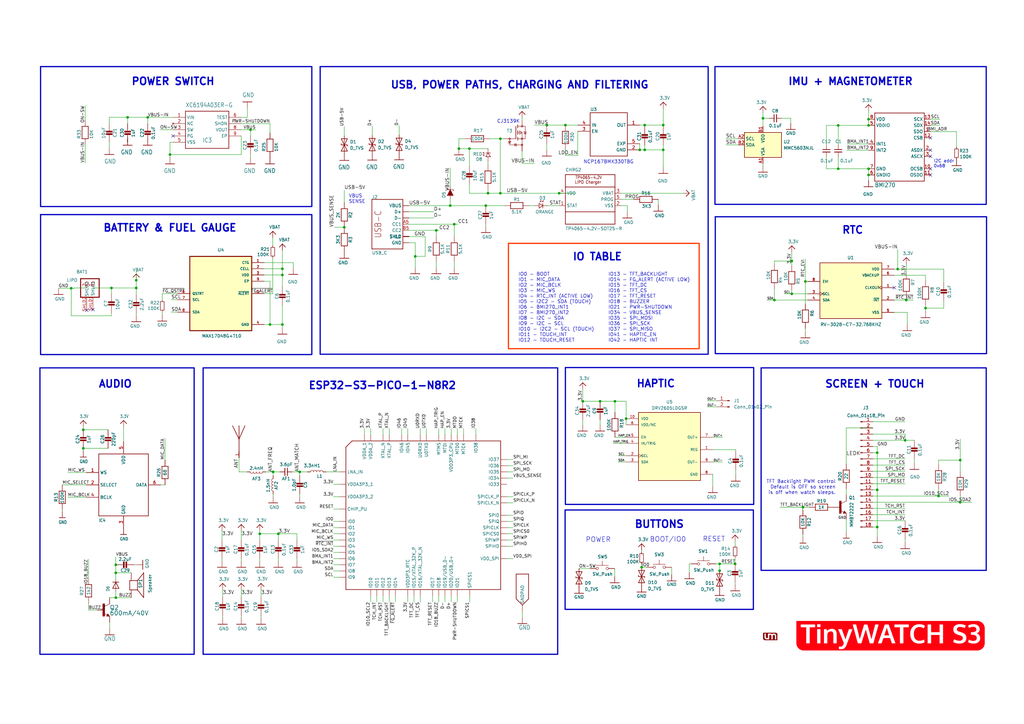
<source format=kicad_sch>
(kicad_sch (version 20231120) (generator "eeschema") (generator_version "8.0")
  (paper "A3")
  (title_block (title "TinyWATCH S3") (date "2024-06-25") (rev "P7") (company "Unexpected Maker"))
  (junction (at 359.791 200.914))
  (junction (at 192.532 60.96))
  (junction (at 371.729 123.063))
  (junction (at 371.221 180.594))
  (junction (at 114.173 218.948))
  (junction (at 47.498 231.648))
  (junction (at 343.789 69.215))
  (junction (at 317.627 123.063))
  (junction (at 379.603 126.365))
  (junction (at 184.6624 84.328))
  (junction (at 122.936 193.548))
  (junction (at 264.414 61.468))
  (junction (at 224.282 51.308))
  (junction (at 205.232 56.896))
  (junction (at 301.498 231.267))
  (junction (at 34.163 176.276))
  (junction (at 29.21 118.237))
  (junction (at 324.739 120.523))
  (junction (at 115.824 110.236))
  (junction (at 295.148 234.061))
  (junction (at 263.144 232.664))
  (junction (at 52.324 48.133))
  (junction (at 356.235 51.435))
  (junction (at 246.126 164.592))
  (junction (at 384.937 203.454))
  (junction (at 186.309 91.948))
  (junction (at 264.414 51.308))
  (junction (at 359.791 216.154))
  (junction (at 112.014 193.548))
  (junction (at 231.902 51.308))
  (junction (at 45.72 118.11))
  (junction (at 141.224 93.218))
  (junction (at 252.222 164.592))
  (junction (at 356.235 71.755))
  (junction (at 272.034 61.468))
  (junction (at 239.014 164.592))
  (junction (at 170.307 105.156))
  (junction (at 312.928 48.514))
  (junction (at 55.88 114.935))
  (junction (at 393.827 205.994))
  (junction (at 188.214 60.96))
  (junction (at 256.794 171.704))
  (junction (at 55.88 118.11))
  (junction (at 359.791 185.674))
  (junction (at 110.744 133.096))
  (junction (at 324.739 107.061))
  (junction (at 205.232 79.248))
  (junction (at 47.498 234.95))
  (junction (at 262.382 61.468))
  (junction (at 115.824 133.096))
  (junction (at 330.327 115.443))
  (junction (at 34.163 183.896))
  (junction (at 356.235 69.215))
  (junction (at 329.311 208.026))
  (junction (at 368.173 110.363))
  (junction (at 356.235 48.895))
  (junction (at 47.498 245.11))
  (junction (at 229.362 79.248))
  (junction (at 199.263 84.328))
  (junction (at 295.148 231.267))
  (junction (at 115.824 112.776))
  (junction (at 200.152 79.248))
  (junction (at 178.943 94.488))
  (junction (at 272.034 51.308))
  (junction (at 102.739 53.233))
  (junction (at 69.719 63.393))
  (junction (at 343.789 51.435))
  (junction (at 106.553 218.948))
  (junction (at 393.827 188.722))
  (junction (at 60.579 48.133))
  (no_connect (at 366.776 117.983))
  (no_connect (at 381.635 69.215))
  (no_connect (at 38.1421 126.9993))
  (no_connect (at 381.635 61.595))
  (no_connect (at 381.635 71.755))
  (no_connect (at 35.6021 127.2533))
  (no_connect (at 381.635 64.135))
  (no_connect (at 70.989 55.773))
  (no_connect (at 381.635 56.515))
  (wire (pts (xy 55.118 231.648) (xy 56.007 231.648)))
  (wire (pts (xy 60.579 50.673) (xy 60.579 48.133)))
  (wire (pts (xy 172.339 178.308) (xy 172.339 175.768)))
  (wire (pts (xy 270.002 81.788) (xy 270.002 84.074)))
  (wire (pts (xy 200.914 56.896) (xy 205.232 56.896)))
  (wire (pts (xy 139.319 213.868) (xy 136.779 213.868)))
  (wire (pts (xy 44.831 50.673) (xy 44.831 48.133)))
  (wire (pts (xy 254.762 81.788) (xy 259.842 81.788)))
  (wire (pts (xy 356.235 59.055) (xy 347.345 59.055)))
  (wire (pts (xy 184.658 68.834) (xy 184.658 76.454)))
  (wire (pts (xy 152.654 55.499) (xy 152.654 51.689)))
  (wire (pts (xy 188.214 56.896) (xy 188.214 60.96)))
  (wire (pts (xy 190.119 178.308) (xy 190.119 175.768)))
  (wire (pts (xy 115.824 117.602) (xy 115.824 112.776)))
  (wire (pts (xy 98.933 241.808) (xy 98.933 244.856)))
  (wire (pts (xy 98.929 63.393) (xy 69.719 63.393)))
  (wire (pts (xy 231.902 51.308) (xy 236.982 51.308)))
  (wire (pts (xy 139.319 216.408) (xy 136.779 216.408)))
  (wire (pts (xy 384.937 188.722) (xy 393.827 188.722)))
  (wire (pts (xy 371.729 123.063) (xy 374.65 123.063)))
  (wire (pts (xy 167.259 178.308) (xy 167.259 175.768)))
  (wire (pts (xy 368.173 102.362) (xy 368.173 110.363)))
  (wire (pts (xy 207.899 213.868) (xy 210.439 213.868)))
  (wire (pts (xy 192.532 60.96) (xy 200.152 60.96)))
  (wire (pts (xy 47.498 228.346) (xy 47.498 231.648)))
  (wire (pts (xy 53.848 234.95) (xy 47.498 234.95)))
  (wire (pts (xy 30.5221 118.237) (xy 29.21 118.237)))
  (wire (pts (xy 98.933 252.476) (xy 98.933 253.492)))
  (wire (pts (xy 219.202 51.308) (xy 224.282 51.308)))
  (wire (pts (xy 254.762 79.248) (xy 280.162 79.248)))
  (wire (pts (xy 60.579 58.293) (xy 60.579 57.023)))
  (wire (pts (xy 36.322 229.362) (xy 36.322 237.236)))
  (wire (pts (xy 295.148 231.267) (xy 295.148 234.061)))
  (wire (pts (xy 139.319 231.648) (xy 136.779 231.648)))
  (wire (pts (xy 192.532 68.072) (xy 192.532 60.96)))
  (wire (pts (xy 317.627 107.061) (xy 324.739 107.061)))
  (wire (pts (xy 157.099 178.308) (xy 157.099 175.768)))
  (wire (pts (xy 44.831 58.293) (xy 44.831 60.833)))
  (wire (pts (xy 358.013 205.994) (xy 393.827 205.994)))
  (wire (pts (xy 214.122 67.056) (xy 214.122 61.976)))
  (wire (pts (xy 224.282 58.928) (xy 224.282 61.468)))
  (wire (pts (xy 366.776 110.363) (xy 368.173 110.363)))
  (wire (pts (xy 185.039 178.308) (xy 185.039 175.768)))
  (wire (pts (xy 384.937 200.66) (xy 384.937 203.454)))
  (wire (pts (xy 174.371 105.156) (xy 170.307 105.156)))
  (wire (pts (xy 207.899 196.088) (xy 210.439 196.088)))
  (wire (pts (xy 239.014 172.212) (xy 239.014 174.244)))
  (wire (pts (xy 366.776 123.063) (xy 371.729 123.063)))
  (wire (pts (xy 393.827 203.454) (xy 393.827 205.994)))
  (wire (pts (xy 356.235 71.755) (xy 356.235 74.041)))
  (wire (pts (xy 115.824 125.222) (xy 115.824 133.096)))
  (wire (pts (xy 372.11 128.143) (xy 372.11 133.096)))
  (wire (pts (xy 34.925 43.307) (xy 34.925 49.276)))
  (wire (pts (xy 107.061 252.603) (xy 107.061 253.492)))
  (wire (pts (xy 263.144 232.664) (xy 265.303 232.664)))
  (wire (pts (xy 44.323 176.276) (xy 34.163 176.276)))
  (wire (pts (xy 262.382 58.928) (xy 262.382 61.468)))
  (wire (pts (xy 139.319 234.188) (xy 136.779 234.188)))
  (wire (pts (xy 66.548 120.396) (xy 66.548 122.936)))
  (wire (pts (xy 294.132 164.338) (xy 290.068 164.338)))
  (wire (pts (xy 72.771 120.396) (xy 66.548 120.396)))
  (wire (pts (xy 172.339 244.348) (xy 172.339 246.888)))
  (wire (pts (xy 347.091 200.406) (xy 347.091 202.946)))
  (wire (pts (xy 253.619 186.944) (xy 256.794 186.944)))
  (wire (pts (xy 292.354 184.404) (xy 301.752 184.404)))
  (wire (pts (xy 167.259 244.348) (xy 167.259 246.888)))
  (wire (pts (xy 170.307 99.568) (xy 170.307 105.156)))
  (wire (pts (xy 187.579 244.348) (xy 187.579 246.888)))
  (wire (pts (xy 164.719 178.308) (xy 164.719 175.768)))
  (wire (pts (xy 264.414 51.308) (xy 264.414 52.07)))
  (wire (pts (xy 52.324 58.293) (xy 52.324 57.023)))
  (wire (pts (xy 347.091 213.106) (xy 347.091 218.186)))
  (wire (pts (xy 139.319 208.788) (xy 136.779 208.788)))
  (wire (pts (xy 112.014 202.692) (xy 112.014 203.708)))
  (wire (pts (xy 207.899 188.468) (xy 210.439 188.468)))
  (wire (pts (xy 368.173 110.363) (xy 387.096 110.363)))
  (wire (pts (xy 108.966 193.548) (xy 112.014 193.548)))
  (wire (pts (xy 122.936 202.692) (xy 122.936 203.708)))
  (wire (pts (xy 60.579 48.133) (xy 70.989 48.153)))
  (wire (pts (xy 35.433 198.882) (xy 25.527 198.882)))
  (wire (pts (xy 257.302 84.328) (xy 257.302 86.868)))
  (wire (pts (xy 324.358 50.546) (xy 324.358 48.514)))
  (wire (pts (xy 293.624 231.267) (xy 295.148 231.267)))
  (wire (pts (xy 102.739 63.393) (xy 102.739 64.663)))
  (wire (pts (xy 30.5221 118.1093) (xy 35.6021 118.1093)))
  (wire (pts (xy 111.887 105.791) (xy 111.887 120.396)))
  (wire (pts (xy 72.771 128.016) (xy 70.231 128.016)))
  (wire (pts (xy 139.319 236.728) (xy 136.779 236.728)))
  (wire (pts (xy 356.235 69.215) (xy 356.235 71.755)))
  (wire (pts (xy 217.043 84.328) (xy 219.329 84.328)))
  (wire (pts (xy 186.309 97.028) (xy 186.309 91.948)))
  (wire (pts (xy 184.6624 82.55) (xy 184.658 82.55)))
  (wire (pts (xy 121.793 229.108) (xy 121.793 230.124)))
  (wire (pts (xy 108.331 115.316) (xy 110.744 115.316)))
  (wire (pts (xy 379.603 125.222) (xy 379.603 126.365)))
  (wire (pts (xy 47.498 242.57) (xy 47.498 245.11)))
  (wire (pts (xy 205.232 56.896) (xy 205.232 79.248)))
  (wire (pts (xy 358.013 195.834) (xy 371.221 195.834)))
  (wire (pts (xy 375.031 180.594) (xy 371.221 180.594)))
  (wire (pts (xy 324.739 120.523) (xy 331.216 120.523)))
  (wire (pts (xy 262.382 61.468) (xy 264.414 61.468)))
  (wire (pts (xy 106.553 221.488) (xy 106.553 218.948)))
  (wire (pts (xy 207.899 206.248) (xy 210.439 206.248)))
  (wire (pts (xy 207.899 211.328) (xy 210.439 211.328)))
  (wire (pts (xy 91.313 244.856) (xy 91.313 241.808)))
  (wire (pts (xy 393.827 188.722) (xy 393.827 180.086)))
  (wire (pts (xy 246.126 172.212) (xy 246.126 174.244)))
  (wire (pts (xy 108.331 112.776) (xy 115.824 112.776)))
  (wire (pts (xy 329.311 209.042) (xy 329.311 208.026)))
  (wire (pts (xy 45.72 128.27) (xy 45.72 129.54)))
  (wire (pts (xy 358.013 180.594) (xy 371.221 180.594)))
  (wire (pts (xy 272.034 61.468) (xy 272.034 68.58)))
  (wire (pts (xy 356.235 48.895) (xy 356.235 51.435)))
  (polyline (pts (xy 392.176 -19.558) (xy 344.043 -19.558)))
  (wire (pts (xy 69.719 58.313) (xy 69.719 63.393)))
  (wire (pts (xy 34.925 66.802) (xy 34.925 59.436)))
  (wire (pts (xy 235.712 79.248) (xy 229.362 79.248)))
  (wire (pts (xy 199.263 91.948) (xy 199.263 92.837)))
  (wire (pts (xy 393.827 205.994) (xy 398.399 205.994)))
  (wire (pts (xy 263.144 225.552) (xy 263.144 226.314)))
  (wire (pts (xy 102.739 53.233) (xy 104.898 53.233)))
  (wire (pts (xy 184.6624 84.328) (xy 199.263 84.328)))
  (wire (pts (xy 34.163 183.896) (xy 34.163 184.912)))
  (wire (pts (xy 358.013 190.754) (xy 371.221 190.754)))
  (wire (pts (xy 98.929 53.233) (xy 102.739 53.233)))
  (wire (pts (xy 200.152 79.248) (xy 205.232 79.248)))
  (wire (pts (xy 115.824 110.236) (xy 108.331 110.236)))
  (wire (pts (xy 356.235 51.435) (xy 343.789 51.435)))
  (wire (pts (xy 324.739 103.378) (xy 324.739 107.061)))
  (wire (pts (xy 114.173 221.488) (xy 114.173 218.948)))
  (wire (pts (xy 174.879 178.308) (xy 174.879 175.768)))
  (wire (pts (xy 187.579 178.308) (xy 187.579 175.768)))
  (wire (pts (xy 236.982 53.848) (xy 236.982 63.754)))
  (wire (pts (xy 40.6821 118.1093) (xy 40.6821 118.11)))
  (wire (pts (xy 66.548 129.159) (xy 66.548 128.016)))
  (wire (pts (xy 256.794 171.704) (xy 256.794 174.244)))
  (wire (pts (xy 205.232 56.896) (xy 206.502 56.896)))
  (wire (pts (xy 163.703 55.372) (xy 163.703 51.562)))
  (wire (pts (xy 178.943 94.488) (xy 180.086 94.488)))
  (wire (pts (xy 329.311 220.218) (xy 329.311 219.202)))
  (wire (pts (xy 40.6821 118.11) (xy 45.72 118.11)))
  (wire (pts (xy 154.559 244.348) (xy 154.559 246.888)))
  (wire (pts (xy 264.414 61.468) (xy 272.034 61.468)))
  (wire (pts (xy 272.034 59.69) (xy 272.034 61.468)))
  (wire (pts (xy 331.851 208.026) (xy 329.311 208.026)))
  (wire (pts (xy 162.179 244.348) (xy 162.179 246.888)))
  (wire (pts (xy 251.46 181.864) (xy 256.794 181.864)))
  (wire (pts (xy 30.5221 118.237) (xy 30.5221 118.1093)))
  (wire (pts (xy 141.224 83.058) (xy 141.224 77.978)))
  (wire (pts (xy 295.148 235.458) (xy 295.148 234.061)))
  (wire (pts (xy 256.794 164.592) (xy 256.794 171.704)))
  (wire (pts (xy 112.014 195.072) (xy 112.014 193.548)))
  (wire (pts (xy 55.88 114.935) (xy 55.88 118.11)))
  (wire (pts (xy 184.6624 82.55) (xy 184.6624 84.328)))
  (wire (pts (xy 185.039 244.348) (xy 185.039 246.888)))
  (wire (pts (xy 182.499 178.308) (xy 182.499 175.768)))
  (wire (pts (xy 108.331 133.096) (xy 110.744 133.096)))
  (wire (pts (xy 214.249 250.698) (xy 214.249 253.238)))
  (wire (pts (xy 98.044 193.548) (xy 101.346 193.548)))
  (wire (pts (xy 330.327 115.443) (xy 330.327 124.587)))
  (polyline (pts (xy 420.624 33.274) (xy 420.624 -7.112)))
  (wire (pts (xy 302.768 56.896) (xy 297.688 56.896)))
  (wire (pts (xy 186.309 109.728) (xy 186.309 107.188)))
  (wire (pts (xy 358.013 216.154) (xy 359.791 216.154)))
  (wire (pts (xy 214.122 49.276) (xy 214.122 48.26)))
  (wire (pts (xy 47.498 234.95) (xy 47.498 237.49)))
  (wire (pts (xy 141.224 93.218) (xy 137.16 93.218)))
  (wire (pts (xy 139.319 198.628) (xy 136.779 198.628)))
  (wire (pts (xy 35.433 193.802) (xy 27.813 193.802)))
  (wire (pts (xy 359.791 185.674) (xy 359.791 200.914)))
  (wire (pts (xy 312.928 48.514) (xy 312.928 51.816)))
  (wire (pts (xy 199.263 84.328) (xy 206.883 84.328)))
  (wire (pts (xy 200.152 77.724) (xy 200.152 79.248)))
  (wire (pts (xy 177.419 244.348) (xy 177.419 246.888)))
  (wire (pts (xy 371.729 122.047) (xy 371.729 123.063)))
  (wire (pts (xy 121.793 221.488) (xy 121.793 218.948)))
  (wire (pts (xy 384.937 190.5) (xy 384.937 188.722)))
  (wire (pts (xy 174.371 97.028) (xy 174.371 105.156)))
  (wire (pts (xy 324.739 107.061) (xy 324.739 108.839)))
  (wire (pts (xy 301.752 184.404) (xy 301.752 185.166)))
  (wire (pts (xy 47.498 245.11) (xy 53.848 245.11)))
  (wire (pts (xy 29.21 129.54) (xy 45.72 129.54)))
  (wire (pts (xy 358.013 178.054) (xy 371.221 178.054)))
  (wire (pts (xy 170.307 105.156) (xy 170.307 109.728)))
  (wire (pts (xy 91.059 217.678) (xy 91.059 221.488)))
  (wire (pts (xy 139.319 224.028) (xy 136.779 224.028)))
  (wire (pts (xy 106.553 218.948) (xy 106.553 217.678)))
  (wire (pts (xy 139.319 229.108) (xy 136.779 229.108)))
  (wire (pts (xy 102.739 55.773) (xy 102.739 53.233)))
  (wire (pts (xy 381.635 53.975) (xy 392.303 53.975)))
  (wire (pts (xy 330.327 106.299) (xy 330.327 115.443)))
  (wire (pts (xy 312.928 46.228) (xy 312.928 48.514)))
  (wire (pts (xy 72.771 122.936) (xy 70.231 122.936)))
  (wire (pts (xy 122.936 195.072) (xy 122.936 193.548)))
  (wire (pts (xy 115.824 133.096) (xy 115.824 134.493)))
  (wire (pts (xy 167.767 94.488) (xy 178.943 94.488)))
  (wire (pts (xy 343.789 69.215) (xy 343.789 64.389)))
  (wire (pts (xy 282.702 234.823) (xy 282.702 231.267)))
  (wire (pts (xy 178.943 109.728) (xy 178.943 107.188)))
  (wire (pts (xy 38.1421 118.1093) (xy 40.6821 118.1093)))
  (wire (pts (xy 314.579 123.063) (xy 317.627 123.063)))
  (wire (pts (xy 331.216 123.063) (xy 317.627 123.063)))
  (wire (pts (xy 252.095 236.474) (xy 252.095 233.172)))
  (wire (pts (xy 330.327 115.443) (xy 331.216 115.443)))
  (wire (pts (xy 182.499 244.348) (xy 182.499 246.888)))
  (wire (pts (xy 192.659 244.348) (xy 192.659 246.888)))
  (wire (pts (xy 141.224 55.626) (xy 141.224 51.816)))
  (wire (pts (xy 110.744 133.096) (xy 115.824 133.096)))
  (wire (pts (xy 347.091 175.514) (xy 358.013 175.514)))
  (wire (pts (xy 44.958 255.27) (xy 44.958 257.81)))
  (wire (pts (xy 301.498 221.996) (xy 301.498 223.647)))
  (wire (pts (xy 338.963 64.389) (xy 338.963 69.215)))
  (wire (pts (xy 119.888 193.548) (xy 122.936 193.548)))
  (wire (pts (xy 159.639 178.308) (xy 159.639 175.768)))
  (wire (pts (xy 312.928 68.072) (xy 312.928 67.056)))
  (wire (pts (xy 167.767 99.568) (xy 170.307 99.568)))
  (wire (pts (xy 264.414 51.308) (xy 272.034 51.308)))
  (wire (pts (xy 231.902 63.754) (xy 236.982 63.754)))
  (wire (pts (xy 169.799 244.348) (xy 169.799 246.888)))
  (wire (pts (xy 98.929 55.773) (xy 98.929 63.393)))
  (wire (pts (xy 36.322 247.396) (xy 36.322 250.19)))
  (wire (pts (xy 36.322 250.19) (xy 39.878 250.19)))
  (wire (pts (xy 252.222 164.592) (xy 252.222 169.164)))
  (wire (pts (xy 292.354 189.484) (xy 296.418 189.484)))
  (wire (pts (xy 139.319 226.568) (xy 136.779 226.568)))
  (wire (pts (xy 366.776 112.903) (xy 379.603 112.903)))
  (wire (pts (xy 45.72 118.11) (xy 55.88 118.11)))
  (wire (pts (xy 110.744 115.316) (xy 110.744 133.096)))
  (wire (pts (xy 108.331 107.696) (xy 120.269 107.696)))
  (wire (pts (xy 133.731 193.548) (xy 139.319 193.548)))
  (wire (pts (xy 67.691 198.882) (xy 65.913 198.882)))
  (wire (pts (xy 387.096 115.697) (xy 387.096 110.363)))
  (wire (pts (xy 152.019 244.348) (xy 152.019 246.888)))
  (wire (pts (xy 371.221 180.594) (xy 371.221 178.054)))
  (wire (pts (xy 294.132 166.878) (xy 290.068 166.878)))
  (wire (pts (xy 338.963 51.435) (xy 343.789 51.435)))
  (wire (pts (xy 252.222 179.324) (xy 256.794 179.324)))
  (wire (pts (xy 25.527 209.042) (xy 25.527 209.804)))
  (wire (pts (xy 282.702 231.267) (xy 283.464 231.267)))
  (wire (pts (xy 375.031 189.992) (xy 375.031 188.214)))
  (wire (pts (xy 359.791 183.134) (xy 359.791 185.674)))
  (wire (pts (xy 317.627 118.491) (xy 317.627 123.063)))
  (wire (pts (xy 149.479 178.308) (xy 149.479 175.768)))
  (wire (pts (xy 301.498 228.727) (xy 301.498 231.267)))
  (wire (pts (xy 319.913 208.026) (xy 329.311 208.026)))
  (wire (pts (xy 321.564 120.523) (xy 324.739 120.523)))
  (wire (pts (xy 91.313 252.476) (xy 91.313 253.492)))
  (wire (pts (xy 110.74 54.503) (xy 110.74 50.693)))
  (wire (pts (xy 359.791 200.914) (xy 359.791 216.154)))
  (wire (pts (xy 356.235 69.215) (xy 343.789 69.215)))
  (wire (pts (xy 366.776 128.143) (xy 372.11 128.143)))
  (wire (pts (xy 324.739 118.999) (xy 324.739 120.523)))
  (wire (pts (xy 239.014 164.592) (xy 246.126 164.592)))
  (wire (pts (xy 69.719 58.313) (xy 70.989 58.313)))
  (wire (pts (xy 45.72 120.65) (xy 45.72 118.11)))
  (wire (pts (xy 253.492 189.484) (xy 256.794 189.484)))
  (wire (pts (xy 114.173 229.108) (xy 114.173 230.124)))
  (wire (pts (xy 91.059 229.108) (xy 91.059 230.124)))
  (wire (pts (xy 358.013 183.134) (xy 359.791 183.134)))
  (wire (pts (xy 358.013 213.614) (xy 371.221 213.614)))
  (wire (pts (xy 264.414 59.69) (xy 264.414 61.468)))
  (wire (pts (xy 207.899 224.028) (xy 210.439 224.028)))
  (wire (pts (xy 207.899 203.708) (xy 210.439 203.708)))
  (wire (pts (xy 184.658 82.55) (xy 184.658 81.534)))
  (wire (pts (xy 205.232 79.248) (xy 229.362 79.248)))
  (wire (pts (xy 139.319 203.708) (xy 136.779 203.708)))
  (wire (pts (xy 358.013 188.214) (xy 371.221 188.214)))
  (wire (pts (xy 167.767 86.868) (xy 177.927 86.868)))
  (wire (pts (xy 224.282 51.308) (xy 231.902 51.308)))
  (wire (pts (xy 139.319 221.488) (xy 136.779 221.488)))
  (wire (pts (xy 98.929 48.153) (xy 101.469 48.153)))
  (wire (pts (xy 122.936 193.548) (xy 126.111 193.548)))
  (wire (pts (xy 101.469 48.153) (xy 101.469 44.343)))
  (wire (pts (xy 115.824 112.776) (xy 115.824 110.236)))
  (wire (pts (xy 356.235 45.466) (xy 356.235 48.895)))
  (wire (pts (xy 52.324 48.133) (xy 60.579 48.133)))
  (wire (pts (xy 98.044 187.706) (xy 98.044 193.548)))
  (wire (pts (xy 207.899 218.948) (xy 210.439 218.948)))
  (wire (pts (xy 315.468 48.514) (xy 312.928 48.514)))
  (wire (pts (xy 65.659 53.213) (xy 70.989 53.233)))
  (wire (pts (xy 359.791 216.154) (xy 359.791 219.964)))
  (wire (pts (xy 98.933 229.108) (xy 98.933 230.124)))
  (wire (pts (xy 272.034 44.45) (xy 272.034 51.308)))
  (wire (pts (xy 392.303 53.975) (xy 392.303 60.325)))
  (wire (pts (xy 254.762 84.328) (xy 257.302 84.328)))
  (wire (pts (xy 302.768 59.436) (xy 297.688 59.436)))
  (wire (pts (xy 29.21 129.54) (xy 29.21 118.237)))
  (wire (pts (xy 167.767 97.028) (xy 174.371 97.028)))
  (wire (pts (xy 47.498 231.648) (xy 47.498 234.95)))
  (wire (pts (xy 379.603 115.062) (xy 379.603 112.903)))
  (wire (pts (xy 98.929 50.693) (xy 110.74 50.693)))
  (wire (pts (xy 207.899 193.548) (xy 210.439 193.548)))
  (wire (pts (xy 159.639 244.348) (xy 159.639 246.888)))
  (wire (pts (xy 387.096 126.365) (xy 379.603 126.365)))
  (wire (pts (xy 292.354 194.564) (xy 292.354 199.517)))
  (wire (pts (xy 356.235 61.595) (xy 347.345 61.595)))
  (wire (pts (xy 384.937 203.454) (xy 389.255 203.454)))
  (wire (pts (xy 237.49 233.172) (xy 241.935 233.172)))
  (wire (pts (xy 152.019 178.308) (xy 152.019 175.768)))
  (wire (pts (xy 139.319 218.948) (xy 136.779 218.948)))
  (wire (pts (xy 186.309 91.948) (xy 187.833 91.948)))
  (wire (pts (xy 55.88 128.524) (xy 55.88 129.413)))
  (wire (pts (xy 55.88 110.49) (xy 55.88 114.935)))
  (wire (pts (xy 379.603 126.365) (xy 379.603 127.762)))
  (wire (pts (xy 338.963 69.215) (xy 343.789 69.215)))
  (wire (pts (xy 385.445 51.435) (xy 381.635 51.435)))
  (wire (pts (xy 200.152 67.564) (xy 200.152 66.04)))
  (wire (pts (xy 239.014 159.512) (xy 239.014 164.592)))
  (wire (pts (xy 24.003 118.237) (xy 29.21 118.237)))
  (wire (pts (xy 371.221 221.234) (xy 371.221 222.504)))
  (wire (pts (xy 44.831 48.133) (xy 52.324 48.133)))
  (wire (pts (xy 188.214 60.96) (xy 192.532 60.96)))
  (wire (pts (xy 192.532 75.692) (xy 192.532 79.248)))
  (wire (pts (xy 207.899 216.408) (xy 210.439 216.408)))
  (wire (pts (xy 338.963 59.309) (xy 338.963 51.435)))
  (wire (pts (xy 115.824 102.616) (xy 115.824 110.236)))
  (wire (pts (xy 263.144 231.394) (xy 263.144 232.664)))
  (wire (pts (xy 192.532 79.248) (xy 200.152 79.248)))
  (wire (pts (xy 106.553 229.108) (xy 106.553 230.124)))
  (wire (pts (xy 47.498 245.11) (xy 44.958 245.11)))
  (wire (pts (xy 358.013 198.374) (xy 371.221 198.374)))
  (wire (pts (xy 358.013 172.974) (xy 371.221 172.974)))
  (wire (pts (xy 385.445 48.895) (xy 381.635 48.895)))
  (wire (pts (xy 120.269 107.696) (xy 120.269 109.982)))
  (wire (pts (xy 179.959 178.308) (xy 179.959 175.768)))
  (wire (pts (xy 207.899 191.008) (xy 210.439 191.008)))
  (wire (pts (xy 330.327 134.747) (xy 330.327 136.017)))
  (wire (pts (xy 347.091 175.514) (xy 347.091 190.246)))
  (wire (pts (xy 295.148 231.267) (xy 301.498 231.267)))
  (wire (pts (xy 301.498 238.887) (xy 301.498 239.776)))
  (wire (pts (xy 67.691 188.722) (xy 67.691 179.832)))
  (wire (pts (xy 301.752 192.786) (xy 301.752 194.818)))
  (wire (pts (xy 358.013 211.074) (xy 371.221 211.074)))
  (wire (pts (xy 224.409 84.328) (xy 229.362 84.328)))
  (wire (pts (xy 98.933 217.678) (xy 98.933 221.488)))
  (wire (pts (xy 358.013 200.914) (xy 359.791 200.914)))
  (wire (pts (xy 167.767 89.408) (xy 177.927 89.408)))
  (wire (pts (xy 107.061 241.808) (xy 107.061 244.983)))
  (wire (pts (xy 112.014 193.548) (xy 114.808 193.548)))
  (wire (pts (xy 188.214 56.896) (xy 190.754 56.896)))
  (wire (pts (xy 111.887 120.396) (xy 108.331 120.396)))
  (wire (pts (xy 179.959 244.348) (xy 179.959 246.888)))
  (wire (pts (xy 358.013 203.454) (xy 384.937 203.454)))
  (wire (pts (xy 114.173 218.948) (xy 106.553 218.948)))
  (wire (pts (xy 34.163 175.006) (xy 34.163 176.276)))
  (wire (pts (xy 272.034 52.07) (xy 272.034 51.308)))
  (wire (pts (xy 393.827 193.294) (xy 393.827 188.722)))
  (wire (pts (xy 207.899 229.108) (xy 210.439 229.108)))
  (wire (pts (xy 114.173 218.948) (xy 121.793 218.948)))
  (wire (pts (xy 27.813 203.962) (xy 35.433 203.962)))
  (wire (pts (xy 358.013 208.534) (xy 371.221 208.534)))
  (wire (pts (xy 157.099 244.348) (xy 157.099 246.888)))
  (wire (pts (xy 275.463 235.712) (xy 275.463 232.664)))
  (wire (pts (xy 214.122 67.056) (xy 219.202 67.056)))
  (wire (pts (xy 52.324 50.673) (xy 52.324 48.133)))
  (wire (pts (xy 34.163 183.896) (xy 44.323 183.896)))
  (wire (pts (xy 50.673 175.006) (xy 50.673 181.102)))
  (wire (pts (xy 252.222 164.592) (xy 256.794 164.592)))
  (wire (pts (xy 387.096 123.317) (xy 387.096 126.365)))
  (wire (pts (xy 246.126 164.592) (xy 252.222 164.592)))
  (wire (pts (xy 292.354 179.324) (xy 296.418 179.324)))
  (wire (pts (xy 207.899 221.488) (xy 210.439 221.488)))
  (wire (pts (xy 371.729 108.204) (xy 371.729 111.887)))
  (wire (pts (xy 262.382 51.308) (xy 264.414 51.308)))
  (wire (pts (xy 317.627 108.331) (xy 317.627 107.061)))
  (wire (pts (xy 111.887 97.409) (xy 111.887 100.711)))
  (wire (pts (xy 167.767 84.328) (xy 184.6624 84.328)))
  (wire (pts (xy 69.719 63.393) (xy 69.719 64.663)))
  (wire (pts (xy 167.767 91.948) (xy 186.309 91.948)))
  (wire (pts (xy 195.199 178.308) (xy 195.199 175.768)))
  (wire (pts (xy 178.943 94.488) (xy 178.943 97.028)))
  (wire (pts (xy 324.358 48.514) (xy 320.548 48.514)))
  (wire (pts (xy 55.88 118.11) (xy 55.88 120.904)))
  (wire (pts (xy 231.902 63.754) (xy 231.902 61.468)))
  (wire (pts (xy 358.013 185.674) (xy 359.791 185.674)))
  (wire (pts (xy 358.013 193.294) (xy 371.221 193.294)))
  (wire (pts (xy 343.789 51.435) (xy 343.789 59.309)))
  (rectangle (start 293.37 88.9) (end 404.622 145.034) (stroke (width 0.5)))
  (rectangle (start 83.312 150.876) (end 228.727 268.351) (stroke (width 0.5)))
  (rectangle (start 16.637 27.305) (end 127.889 84.709) (stroke (width 0.5)))
  (rectangle (start 231.902 150.749) (end 309.118 206.883) (stroke (width 0.5)))
  (rectangle (start 231.775 209.169) (end 308.991 249.936) (stroke (width 0.5)))
  (rectangle (start 131.318 27.305) (end 290.449 145.288) (stroke (width 0.5)))
  (rectangle (start 293.243 27.305) (end 404.495 83.82) (stroke (width 0.5)))
  (rectangle (start 312.166 150.876) (end 404.495 233.934) (stroke (width 0.5)))
  (rectangle (start 16.383 150.876) (end 79.629 268.351) (stroke (width 0.5)))
  (rectangle (start 16.637 88.011) (end 127.889 145.415) (stroke (width 0.5)))
  (rectangle (start 208.534 99.822) (end 286.766 143.002) (stroke (width 0.5) (color 255 58 0 1)))
  (image (at 365.252 260.731) (scale 0.179295))
  (text "IO0 - BOOT\nIO1 - MIC_DATA\nIO2 - MIC_BCLK\nIO3 - MIC_WS\nIO4 - RTC_INT (ACTIVE LOW)\nIO5 - I2C2 - SDA (TOUCH)\nIO6 - BMI270_INT1\nIO7 - BMI270_INT2\nIO8 - I2C - SDA\nIO9 - I2C - SCL\nIO10 - I2C2 - SCL (TOUCH)\nIO11 - TOUCH_INT\nIO12 - TOUCH_RESET" (at 212.598 140.462 0) (effects (font (size 1.4 1.4)) (justify left bottom)))
  (text "BATTERY & FUEL GAUGE" (at 42.164 95.377 0) (effects (font (size 3 3) (thickness 0.6) (bold yes)) (justify left bottom)))
  (text "NCP167BMX330TBG" (at 239.268 67.31 0) (effects (font (size 1.4 1.4)) (justify left bottom)))
  (text "USB, POWER PATHS, CHARGING AND FILTERING" (at 160.02 36.703 0) (effects (font (size 3 3) (thickness 0.6) (bold yes)) (justify left bottom)))
  (text "CJ3139K" (at 203.835 50.673 0) (effects (font (size 1.4 1.4)) (justify left bottom)))
  (text "IO TABLE" (at 234.696 107.188 0) (effects (font (size 3 3) (thickness 0.6) (bold yes)) (justify left bottom)))
  (text "AUDIO" (at 40.259 159.385 0) (effects (font (size 3 3) (thickness 0.6) (bold yes)) (justify left bottom)))
  (text "IO13 - TFT_BACKLIGHT\nIO14 - FG_ALERT (ACTIVE LOW)\nIO15 - TFT_DC\nIO16 - TFT_CS\nIO17 - TFT_RESET\nIO18 - BUZZER\nIO21 - PWR-SHUTDOWN\nIO34 - VBUS_SENSE\nIO35 - SPI_MOSI\nIO36 - SPI_SCK\nIO37 - SPI_MISO\nIO41 - HAPTIC_EN\nIO42 - HAPTIC INT " (at 249.428 140.462 0) (effects (font (size 1.4 1.4)) (justify left bottom)))
  (text "IMU + MAGNETOMETER" (at 323.088 35.306 0) (effects (font (size 3 3) (thickness 0.6) (bold yes)) (justify left bottom)))
  (text "HAPTIC" (at 260.858 159.258 0) (effects (font (size 3 3) (thickness 0.6) (bold yes)) (justify left bottom)))
  (text "VBUS\nSENSE" (at 143.002 83.566 0) (effects (font (size 1.4 1.4)) (justify left bottom)))
  (text "TFT Backlight PWM control\nDefault is OFF so screen\nis off when watch sleeps." (at 342.773 202.946 0) (effects (font (size 1.4 1.4)) (justify right bottom)))
  (text "POWER SWITCH" (at 53.721 35.306 0) (effects (font (size 3 3) (thickness 0.6) (bold yes)) (justify left bottom)))
  (text "SCREEN + TOUCH" (at 338.201 159.385 0) (effects (font (size 3 3) (thickness 0.6) (bold yes)) (justify left bottom)))
  (text "RESET" (at 297.434 222.377 0) (effects (font (size 2 2)) (justify right bottom)))
  (text "I2C addr\n0x68" (at 382.905 68.961 0) (effects (font (size 1.27 1.27)) (justify left bottom)))
  (text "POWER" (at 250.571 222.631 0) (effects (font (size 2 2)) (justify right bottom)))
  (text "RTC" (at 345.186 96.266 0) (effects (font (size 3 3) (thickness 0.6) (bold yes)) (justify left bottom)))
  (text "BUTTONS" (at 260.096 216.916 0) (effects (font (size 3 3) (thickness 0.6) (bold yes)) (justify left bottom)))
  (text "BOOT/IO0" (at 281.432 222.504 0) (effects (font (size 2 2)) (justify right bottom)))
  (text "ESP32-S3-PICO-1-N8R2" (at 126.365 160.02 0) (effects (font (size 3 3) (thickness 0.6) (bold yes)) (justify left bottom)))
  (label "VBUS-IN" (at 60.579 48.133 0))
  (label "BMA_INT2" (at 136.779 231.648 180) (effects (font (size 1.2446 1.2446))))
  (label "SDA" (at 70.231 128.016 0) (effects (font (size 1.4 1.4))))
  (label "MIC_BCLK" (at 27.813 203.962 0) (effects (font (size 1.2446 1.2446))))
  (label "USB-5V" (at 207.772 79.248 0) (effects (font (size 1.4 1.4))))
  (label "3.3V" (at 185.039 175.768 90) (effects (font (size 1.2446 1.2446))))
  (label "SDA" (at 314.579 123.063 0) (effects (font (size 0.889 0.889))))
  (label "TFT_DC" (at 169.799 246.888 270) (effects (font (size 1.2446 1.2446))))
  (label "LNA_IN" (at 138.43 193.548 90) (effects (font (size 1.2446 1.2446))))
  (label "MIC_WS" (at 136.779 221.488 180) (effects (font (size 1.2446 1.2446))))
  (label "SDA" (at 297.688 59.436 0) (effects (font (size 1.4 1.4))))
  (label "MIC_BCLK" (at 136.779 218.948 180) (effects (font (size 1.2446 1.2446))))
  (label "SPIWP" (at 210.439 221.488 0) (effects (font (size 1.2446 1.2446))))
  (label "VBUS-IN" (at 219.202 67.056 180) (effects (font (size 1.4 1.4))))
  (label "IO5_SDA2" (at 398.399 205.994 180) (effects (font (size 1.3 1.3))))
  (label "~{FG_ALERT}" (at 162.179 246.888 270) (effects (font (size 1.2446 1.2446))))
  (label "SPI_SCK" (at 210.439 191.008 0) (effects (font (size 1.2446 1.2446))))
  (label "ON-SW" (at 237.49 233.172 0) (effects (font (size 1.2446 1.2446))))
  (label "3.3V" (at 371.221 213.614 180) (effects (font (size 1.3 1.3))))
  (label "HAP_TRIG" (at 251.46 181.864 0) (effects (font (size 0.889 0.889))))
  (label "VBUS_SENSE" (at 210.439 196.088 0) (effects (font (size 1.2446 1.2446))))
  (label "TFT_CS" (at 371.221 190.754 180) (effects (font (size 1.3 1.3))))
  (label "SCL" (at 70.231 122.936 0) (effects (font (size 1.4 1.4))))
  (label "TCH_INT" (at 371.221 211.074 180) (effects (font (size 1.3 1.3))))
  (label "3.3V" (at 91.059 219.964 0) (effects (font (size 1.4 1.4))))
  (label "IO46" (at 164.719 175.768 90) (effects (font (size 1.2446 1.2446))))
  (label "RTC_EVI" (at 330.327 106.299 270) (effects (font (size 1.2446 1.2446))))
  (label "USB-5V" (at 141.224 51.816 90) (effects (font (size 1.2446 1.2446))))
  (label "CC2" (at 180.086 94.488 0) (effects (font (size 1.4 1.4))))
  (label "ANT" (at 98.044 192.024 90) (effects (font (size 1.4 1.4))))
  (label "TFT_CS" (at 172.339 246.888 270) (effects (font (size 1.2446 1.2446))))
  (label "D-" (at 163.703 51.562 90) (effects (font (size 1.2446 1.2446))))
  (label "3.3V" (at 371.221 180.594 180) (effects (font (size 1.3 1.3))))
  (label "HAP_EN" (at 182.499 175.768 90) (effects (font (size 1.2446 1.2446))))
  (label "GND" (at 371.221 172.974 180) (effects (font (size 1.3 1.3))))
  (label "D+" (at 185.039 246.888 270) (effects (font (size 1.2446 1.2446))))
  (label "GND" (at 24.003 118.237 0))
  (label "3.3V" (at 136.779 203.708 180) (effects (font (size 1.2446 1.2446))))
  (label "SPICLK" (at 210.439 216.408 0) (effects (font (size 1.2446 1.2446))))
  (label "IO18_BUZZ" (at 36.322 229.362 270) (effects (font (size 1.2446 1.2446))))
  (label "SPI_SCK" (at 371.221 193.294 180) (effects (font (size 1.3 1.3))))
  (label "3.3V" (at 98.933 244.094 0) (effects (font (size 1.4 1.4))))
  (label "BMA_INT2" (at 347.345 61.595 0))
  (label "~{RTC_INT}" (at 374.65 123.063 180) (effects (font (size 1.2446 1.2446))))
  (label "3.3V" (at 167.259 246.888 270) (effects (font (size 1.2446 1.2446))))
  (label "USB-5V" (at 176.403 84.328 180) (effects (font (size 1.4 1.4))))
  (label "TCH_RST" (at 157.099 246.888 270) (effects (font (size 1.2446 1.2446))))
  (label "RESET" (at 136.779 208.788 180) (effects (font (size 1.2446 1.2446))))
  (label "MIC_SELECT" (at 25.527 198.882 0) (effects (font (size 1.2446 1.2446))))
  (label "3.3V" (at 98.933 219.964 0) (effects (font (size 1.4 1.4))))
  (label "3.3V" (at 107.061 244.094 0) (effects (font (size 1.4 1.4))))
  (label "MIC_DATA" (at 136.779 216.408 180) (effects (font (size 1.2446 1.2446))))
  (label "TFT_DC" (at 371.221 188.214 180) (effects (font (size 1.3 1.3))))
  (label "3.3V" (at 371.729 108.712 270) (effects (font (size 1.3 1.3))))
  (label "SCL" (at 385.445 48.895 180))
  (label "IO38" (at 195.199 175.768 90) (effects (font (size 1.2446 1.2446))))
  (label "SPID" (at 210.439 211.328 0) (effects (font (size 1.2446 1.2446))))
  (label "SCL" (at 136.779 236.728 180) (effects (font (size 1.2446 1.2446))))
  (label "VBUS" (at 219.202 51.308 0) (effects (font (size 1.4 1.4))))
  (label "BMI_ADR" (at 388.493 53.975 180))
  (label "3.3V" (at 324.739 103.886 270) (effects (font (size 1.3 1.3))))
  (label "USB-5V" (at 141.224 77.978 0) (effects (font (size 1.4 1.4))))
  (label "HAP_EN" (at 253.492 179.324 0) (effects (font (size 0.889 0.889))))
  (label "OUT-" (at 296.418 189.484 180) (effects (font (size 0.889 0.889))))
  (label "~{RTC_INT}" (at 136.779 224.028 180) (effects (font (size 1.2446 1.2446))))
  (label "PWR-SHUTDOWN" (at 110.74 50.693 180) (effects (font (size 1.2446 1.2446))))
  (label "PWR-SHUTDOWN" (at 187.579 246.888 270) (effects (font (size 1.2446 1.2446))))
  (label "MTCK" (at 190.119 175.768 90) (effects (font (size 1.2446 1.2446))))
  (label "D+" (at 152.654 51.689 90) (effects (font (size 1.2446 1.2446))))
  (label "SPI_MO" (at 210.439 193.548 0) (effects (font (size 1.2446 1.2446))))
  (label "D-" (at 182.499 246.888 270) (effects (font (size 1.2446 1.2446))))
  (label "TFT_BACKLIGHT" (at 159.639 246.888 270) (effects (font (size 1.2446 1.2446))))
  (label "ON-SW" (at 65.659 53.213 0))
  (label "OUT-" (at 290.068 166.878 0) (effects (font (size 0.889 0.889))))
  (label "D+" (at 177.927 86.868 0) (effects (font (size 1.4 1.4))))
  (label "VBUS-IN" (at 368.173 102.362 180) (effects (font (size 1.4 1.4))))
  (label "LEDK" (at 347.091 187.198 0) (effects (font (size 1.5113 1.5113))))
  (label "3.3V" (at 149.479 175.768 90) (effects (font (size 1.2446 1.2446))))
  (label "MIC_WS" (at 27.813 193.802 0) (effects (font (size 1.2446 1.2446))))
  (label "3.3V" (at 393.827 180.086 270) (effects (font (size 1.3 1.3))))
  (label "TFT_RESET" (at 371.221 198.374 180) (effects (font (size 1.3 1.3))))
  (label "TFT_BACKLIGHT" (at 319.913 208.026 0) (effects (font (size 1.2446 1.2446))))
  (label "RESET" (at 295.783 231.267 0) (effects (font (size 1.2446 1.2446))))
  (label "SPICS1" (at 192.659 246.888 270) (effects (font (size 1.2446 1.2446))))
  (label "3.3V" (at 239.014 160.02 270) (effects (font (size 1.3 1.3))))
  (label "D-" (at 177.927 89.408 0) (effects (font (size 1.4 1.4))))
  (label "HAP_TRIG" (at 179.959 175.768 90) (effects (font (size 1.2446 1.2446))))
  (label "STAT" (at 225.298 84.328 0) (effects (font (size 1.4 1.4))))
  (label "VDD_SPI" (at 210.439 229.108 0) (effects (font (size 1.2446 1.2446))))
  (label "VBUS" (at 47.498 228.346 0) (effects (font (size 1.2446 1.2446))))
  (label "ON-SW" (at 34.925 43.307 270))
  (label "BMA_INT1" (at 347.345 59.055 0))
  (label "OUT+" (at 296.418 179.324 180) (effects (font (size 0.889 0.889))))
  (label "3.3V" (at 371.221 178.054 180) (effects (font (size 1.3 1.3))))
  (label "SPIHD" (at 210.439 224.028 0) (effects (font (size 1.2446 1.2446))))
  (label "~{FG_ALERT}" (at 111.887 120.396 180))
  (label "BUZZ_T" (at 36.322 250.19 0) (effects (font (size 1.2446 1.2446))))
  (label "VBUS_SENSE" (at 137.16 93.218 90) (effects (font (size 1.4 1.4))))
  (label "SPI_MO" (at 371.221 195.834 180) (effects (font (size 1.3 1.3))))
  (label "U0TXD" (at 174.879 175.768 90) (effects (font (size 1.2446 1.2446))))
  (label "SDA" (at 253.492 189.484 0) (effects (font (size 0.889 0.889))))
  (label "MIC_DATA" (at 67.691 179.832 270) (effects (font (size 1.2446 1.2446))))
  (label "LDO_EN" (at 236.982 63.754 180) (effects (font (size 1.4 1.4))))
  (label "SCL" (at 253.619 186.944 0) (effects (font (size 0.889 0.889))))
  (label "3.3V" (at 136.779 198.628 180) (effects (font (size 1.2446 1.2446))))
  (label "ANT_MATCH" (at 122.936 193.548 90) (effects (font (size 1.4 1.4))))
  (label "IO45" (at 167.259 175.768 90) (effects (font (size 1.2446 1.2446))))
  (label "PROG" (at 256.286 81.788 0) (effects (font (size 1.4 1.4))))
  (label "U0RXD" (at 172.339 175.768 90) (effects (font (size 1.2446 1.2446))))
  (label "SCL" (at 321.564 120.523 0) (effects (font (size 0.889 0.889))))
  (label "SPICLK_N" (at 210.439 206.248 0) (effects (font (size 1.2446 1.2446))))
  (label "3.3V" (at 91.313 244.094 0) (effects (font (size 1.4 1.4))))
  (label "IO5_SDA2" (at 136.779 226.568 180) (effects (font (size 1.2446 1.2446))))
  (label "TFT_RESET" (at 177.419 246.888 270) (effects (font (size 1.2446 1.2446))))
  (label "SPI_MI" (at 210.439 188.468 0) (effects (font (size 1.2446 1.2446))))
  (label "MTDO" (at 187.579 175.768 90) (effects (font (size 1.2446 1.2446))))
  (label "~{FG_QSTRT}" (at 66.548 120.396 0))
  (label "SPIQ" (at 210.439 213.868 0) (effects (font (size 1.2446 1.2446))))
  (label "3.3V" (at 152.019 175.768 90) (effects (font (size 1.2446 1.2446))))
  (label "SPICLK_P" (at 210.439 203.708 0) (effects (font (size 1.2446 1.2446))))
  (label "XTAL_N" (at 159.639 175.768 90) (effects (font (size 1.2446 1.2446))))
  (label "BMA_INT1" (at 136.779 229.108 180) (effects (font (size 1.2446 1.2446))))
  (label "TCH_INT" (at 154.559 246.888 270) (effects (font (size 1.2446 1.2446))))
  (label "IO18_BUZZ" (at 179.959 246.888 270) (effects (font (size 1.2446 1.2446))))
  (label "IO10_SCL2" (at 389.255 203.454 180) (effects (font (size 1.3 1.3))))
  (label "XTAL_P" (at 157.099 175.768 90) (effects (font (size 1.2446 1.2446))))
  (label "GND" (at 359.791 183.134 0) (effects (font (size 1.3 1.3))))
  (label "CC1" (at 187.833 91.948 0) (effects (font (size 1.4 1.4))))
  (label "IO0" (at 263.144 232.664 0) (effects (font (size 1.2446 1.2446))))
  (label "VBUS-IN" (at 184.658 68.834 270) (effects (font (size 1.4 1.4))))
  (label "3.3V" (at 114.173 218.948 0) (effects (font (size 1.4 1.4))))
  (label "SPICS0" (at 210.439 218.948 0) (effects (font (size 1.2446 1.2446))))
  (label "IO0" (at 136.779 213.868 180) (effects (font (size 1.2446 1.2446))))
  (label "ANT_FREQ" (at 112.014 193.548 90) (effects (font (size 1.4 1.4))))
  (label "SDA" (at 385.445 51.435 180))
  (label "BUZZ" (at 48.768 245.11 0) (effects (font (size 1.2446 1.2446))))
  (label "OUT+" (at 290.068 164.338 0) (effects (font (size 0.889 0.889))))
  (label "GND" (at 174.371 97.028 180) (effects (font (size 1.4 1.4))))
  (label "GND" (at 347.091 213.106 180) (effects (font (size 1.016 1.016))))
  (label "SDA" (at 136.779 234.188 180) (effects (font (size 1.2446 1.2446))))
  (label "SCL" (at 297.688 56.896 0) (effects (font (size 1.4 1.4))))
  (label "IO10_SCL2" (at 152.019 246.888 270) (effects (font (size 1.2446 1.2446))))
  (label "VBUS-IN" (at 34.925 66.802 90))
  (label "VBUS" (at 104.898 53.233 180))
  (label "TCH_RST" (at 371.221 208.534 180) (effects (font (size 1.3 1.3))))
  (symbol (lib_id "Device:D_TVS") (at 163.703 59.182 90) (unit 1)
    (property "Reference" "D4" (at 165.989 57.9119 90) (effects (justify right)))
    (property "Value" "D_TVS" (at 165.989 60.4519 90) (effects (justify right)))
    (property "Footprint" "Unexpected Maker:X1-DFN1006-2" (effects (hide yes)))
  )
  (symbol (lib_id "TinyS3_P3-eagle-import:CAP_CERAMIC0402_NARROW") (at 91.059 226.568 0) (unit 1)
    (property "Reference" "C2" (at 88.769 225.318 90))
    (property "Value" "1uF" (at 93.359 225.318 90))
    (property "Footprint" "_0402_SRN" (effects (hide yes)))
  )
  (symbol (lib_id "Device:R_Small") (at 263.144 228.854 0) (mirror y) (unit 1)
    (property "Reference" "R10" (at 260.096 228.092 0))
    (property "Value" "100K" (at 259.588 230.378 0))
    (property "Footprint" "TinyS3_P3:_0402_SRN" (effects (hide yes)))
  )
  (symbol (lib_id "Device:D_TVS") (at 237.49 236.982 90) (unit 1)
    (property "Reference" "D9" (at 239.776 239.141 90) (effects (justify right)))
    (property "Value" "D_TVS" (at 239.776 241.681 90) (effects (justify right)))
    (property "Footprint" "Unexpected Maker:X1-DFN1006-2" (effects (hide yes)))
  )
  (symbol (lib_id "TinyS3_P3-eagle-import:CAP_CERAMIC0402_NARROW") (at 52.578 231.648 90) (unit 1)
    (property "Reference" "C29" (at 51.328 233.938 90))
    (property "Value" "2.2uF" (at 51.328 229.348 90))
    (property "Footprint" "_0402_SRN" (effects (hide yes)))
  )
  (symbol (lib_id "TinyS3_P3-eagle-import:GND") (at 178.943 112.268 0) (unit 1)
    (property "Reference" "#GND011" (effects (hide yes)))
    (property "Value" "GND" (at 176.403 114.808 0) (effects (justify left bottom)))
  )
  (symbol (lib_id "ReflowMasterPro-eagle-import:DIODESOD-123") (at 47.498 240.03 90) (unit 1)
    (property "Reference" "D6" (at 44.958 242.57 0) (effects (font (size 1.27 1.0795)) (justify left bottom)))
    (property "Value" "DIODESOD-123" (effects (hide yes)))
    (property "Footprint" "Unexpected Maker:SOD-523-MSK4010" (effects (hide yes)))
  )
  (symbol (lib_id "TinyS3_P3-eagle-import:3.3V") (at 272.034 41.91 0) (unit 1)
    (property "Reference" "#U$064" (effects (hide yes)))
    (property "Value" "3.3V" (at 270.51 40.894 0) (effects (justify left bottom)))
  )
  (symbol (lib_id "TinyS3_P3-eagle-import:RESISTOR0402_NARROW") (at 200.152 72.644 90) (unit 1)
    (property "Reference" "R15" (at 197.612 72.644 0))
    (property "Value" "5.1K" (at 202.692 72.644 0))
    (property "Footprint" "_0402_SRN" (effects (hide yes)))
  )
  (symbol (lib_id "Shield_Audio_I2S_P2-eagle-import:GND") (at 392.303 67.945 0) (mirror y) (unit 1)
    (property "Reference" "#GND08" (effects (hide yes)))
    (property "Value" "GND" (at 394.843 70.485 0) (effects (justify left bottom)))
  )
  (symbol (lib_id "TinyS3_P3-eagle-import:UM_LOGONEW_SMALLER") (at 315.849 261.239 0) (unit 1)
    (property "Reference" "U$88" (effects (hide yes)))
    (property "Value" "UM_LOGONEW_SMALLER" (effects (hide yes)))
    (property "Footprint" "UM_LOGO_NEW_SMALLER" (effects (hide yes)))
  )
  (symbol (lib_id "Shield_Color_160x80_V2-eagle-import:RESISTOR_0603MP") (at 393.827 198.374 270) (unit 1)
    (property "Reference" "R29" (at 396.367 198.374 0))
    (property "Value" "10K" (at 393.827 198.374 0))
    (property "Footprint" "TinyS3_P3:_0402_SRN" (effects (hide yes)))
  )
  (symbol (lib_id "Device:C_Small") (at 338.963 61.849 0) (unit 1)
    (property "Reference" "C12" (at 336.931 58.039 0) (effects (justify left)))
    (property "Value" "0.1uF" (at 336.423 65.913 0) (effects (justify left)))
    (property "Footprint" "TinyS3_P3:_0402_SRN" (effects (hide yes)))
  )
  (symbol (lib_id "TinyS3_P3-eagle-import:CAP_CERAMIC_0603MP") (at 55.88 125.984 0) (unit 1)
    (property "Reference" "C32" (at 53.59 124.734 90))
    (property "Value" "2.2uF" (at 58.18 124.734 90))
    (property "Footprint" "TinyS3_P3:_0402_SRN" (effects (hide yes)))
  )
  (symbol (lib_id "Shield_Audio_I2S_P2-eagle-import:3.3V") (at 312.928 43.688 0) (mirror y) (unit 1)
    (property "Reference" "#U$052" (effects (hide yes)))
    (property "Value" "3.3V" (at 314.452 42.672 0) (effects (justify left bottom)))
  )
  (symbol (lib_id "ReflowMasterPro-eagle-import:RESISTOR_0603MP") (at 110.74 59.583 90) (mirror x) (unit 1)
    (property "Reference" "R25" (at 108.962 58.313 0) (effects (justify left bottom)))
    (property "Value" "10K" (at 114.042 58.313 0) (effects (justify left bottom)))
    (property "Footprint" "_0603MP" (effects (hide yes)))
  )
  (symbol (lib_id "Shield_Color_160x80_V2-eagle-import:GND") (at 329.311 222.758 0) (unit 1)
    (property "Reference" "#U$022" (effects (hide yes)))
    (property "Value" "GND" (at 327.787 225.298 0) (effects (justify left bottom)))
  )
  (symbol (lib_id "TinyS3_P3-eagle-import:GND") (at 115.824 137.033 0) (unit 1)
    (property "Reference" "#U$06" (effects (hide yes)))
    (property "Value" "GND" (at 113.538 140.843 0) (effects (justify left bottom)))
  )
  (symbol (lib_id "TinyS3_P3-eagle-import:GND") (at 112.014 206.248 0) (unit 1)
    (property "Reference" "#U$05" (effects (hide yes)))
    (property "Value" "GND" (at 110.49 208.788 0) (effects (justify left bottom)))
  )
  (symbol (lib_id "UnexpectedMaker:NN02-101") (at 98.044 182.626 0) (unit 1)
    (property "Reference" "U$13" (effects (hide yes)))
    (property "Value" "FRACTUS_FR05-S1-N-0-102-LEAN" (effects (hide yes)))
    (property "Footprint" "XCVR_NN02-101" (effects (hide yes)))
    (property "PARTREV" "May 2021" (effects (hide yes)))
    (property "STANDARD" "Manufacturer recommendations" (effects (hide yes)))
    (property "MAXIMUM_PACKAGE_HEIGHT" "0.8mm" (effects (hide yes)))
    (property "MANUFACTURER" "Ignion" (effects (hide yes)))
  )
  (symbol (lib_id "Switch:SW_Push") (at 270.383 232.664 0) (mirror y) (unit 1)
    (property "Reference" "SW3" (at 270.383 227.457 0))
    (property "Value" "SW_Push" (at 270.51 235.458 0))
    (property "Footprint" "Button_Switch_SMD:SW_SPST_B3U-3000P-B" (effects (hide yes)))
  )
  (symbol (lib_id "TinyS3_P3-eagle-import:VBAT") (at 214.122 45.72 0) (unit 1)
    (property "Reference" "#U$077" (effects (hide yes)))
    (property "Value" "VBAT" (at 212.598 44.704 0) (effects (justify left bottom)))
  )
  (symbol (lib_id "ReflowMasterPro-eagle-import:GND") (at 152.654 65.659 0) (unit 1)
    (property "Reference" "#U$037" (effects (hide yes)))
    (property "Value" "GND" (at 150.114 69.469 0) (effects (font (size 1.778 1.5113)) (justify left bottom)))
  )
  (symbol (lib_id "TinyS3_P3-eagle-import:LED") (at 200.152 63.5 90) (unit 1)
    (property "Reference" "D8" (at 197.866 66.04 90) (effects (justify left top)))
    (property "Value" "RED" (at 197.866 62.484 90) (effects (justify left bottom)))
    (property "Footprint" "0402.LED.W" (effects (hide yes)))
  )
  (symbol (lib_id "TinyS3_P3-eagle-import:CAP_CERAMIC0402_NARROW") (at 98.933 249.936 0) (unit 1)
    (property "Reference" "C14" (at 96.643 248.686 90))
    (property "Value" "0.1uF" (at 101.233 248.686 90))
    (property "Footprint" "_0402_SRN" (effects (hide yes)))
  )
  (symbol (lib_id "TinyS3_P3-eagle-import:CAP_CERAMIC0402_NARROW") (at 272.034 57.15 0) (unit 1)
    (property "Reference" "C20" (at 269.744 55.9 90))
    (property "Value" "1uF" (at 274.334 55.9 90))
    (property "Footprint" "_0402_SRN" (effects (hide yes)))
  )
  (symbol (lib_id "TinyS3_P3-eagle-import:GND") (at 356.235 76.581 0) (unit 1)
    (property "Reference" "#U$050" (effects (hide yes)))
    (property "Value" "GND" (at 353.949 80.391 0) (effects (justify left bottom)))
  )
  (symbol (lib_id "TinyS3_P3-eagle-import:3.3V") (at 106.553 215.138 0) (unit 1)
    (property "Reference" "#U$012" (effects (hide yes)))
    (property "Value" "3.3V" (at 105.029 214.122 0) (effects (justify left bottom)))
  )
  (symbol (lib_id "Adafruit I2S Mic SPK0415HM4H-eagle-import:CAP_CERAMIC0805-NOOUTLINE") (at 34.163 181.356 0) (unit 1)
    (property "Reference" "C24" (at 31.873 180.106 90))
    (property "Value" "1uF" (at 36.463 180.106 90))
    (property "Footprint" "Capacitor_SMD:C_0402_1005Metric" (effects (hide yes)))
  )
  (symbol (lib_id "Switch:SW_Push") (at 288.544 231.267 0) (mirror y) (unit 1)
    (property "Reference" "SW1" (at 288.417 226.06 0))
    (property "Value" "SW_Push" (at 288.671 233.807 0))
    (property "Footprint" "Button_Switch_SMD:SW_SPST_B3U-3000P-B" (effects (hide yes)))
  )
  (symbol (lib_id "ReflowMasterPro-eagle-import:GND") (at 163.703 65.532 0) (unit 1)
    (property "Reference" "#U$038" (effects (hide yes)))
    (property "Value" "GND" (at 161.163 69.342 0) (effects (font (size 1.778 1.5113)) (justify left bottom)))
  )
  (symbol (lib_id "TinyS3_P3-eagle-import:GND") (at 122.936 206.248 0) (unit 1)
    (property "Reference" "#U$020" (effects (hide yes)))
    (property "Value" "GND" (at 121.412 208.788 0) (effects (justify left bottom)))
  )
  (symbol (lib_id "Shield_Audio_I2S_P2-eagle-import:GND") (at 246.126 176.784 0) (unit 1)
    (property "Reference" "#GND015" (effects (hide yes)))
    (property "Value" "GND" (at 243.586 179.324 0) (effects (justify left bottom)))
  )
  (symbol (lib_id "Shield_Audio_I2S_P2-eagle-import:RESISTORWIDE") (at 252.222 174.244 270) (unit 1)
    (property "Reference" "R18" (at 254.254 171.704 0) (effects (justify left bottom)))
    (property "Value" "100K" (at 249.047 171.704 0) (effects (justify left bottom)))
    (property "Footprint" "Resistor_SMD:R_0402_1005Metric" (effects (hide yes)))
  )
  (symbol (lib_id "TinyS3_P3-eagle-import:3.3V") (at 98.933 239.268 0) (unit 1)
    (property "Reference" "#U$08" (effects (hide yes)))
    (property "Value" "3.3V" (at 97.409 238.252 0) (effects (justify left bottom)))
  )
  (symbol (lib_id "TinyS3_P3-eagle-import:RESISTOR0402_NARROW") (at 231.902 56.388 270) (unit 1)
    (property "Reference" "R30" (at 234.696 56.134 0))
    (property "Value" "100K" (at 232.156 56.388 0))
    (property "Footprint" "Resistor_SMD:R_0402_1005Metric" (effects (hide yes)))
  )
  (symbol (lib_id "TinyS3_P3-eagle-import:CAP_CERAMIC0402_NARROW") (at 371.221 218.694 0) (unit 1)
    (property "Reference" "C16" (at 368.931 217.444 90))
    (property "Value" "0.1uF" (at 373.521 217.444 90))
    (property "Footprint" "_0402_SRN" (effects (hide yes)))
  )
  (symbol (lib_id "TinyS3_P3-eagle-import:GND") (at 107.061 256.032 0) (unit 1)
    (property "Reference" "#U$011" (effects (hide yes)))
    (property "Value" "GND" (at 105.537 258.572 0) (effects (justify left bottom)))
  )
  (symbol (lib_id "TinyS3_P3-eagle-import:GND") (at 282.702 237.363 0) (unit 1)
    (property "Reference" "#U$019" (effects (hide yes)))
    (property "Value" "GND" (at 281.178 239.903 0) (effects (justify left bottom)))
  )
  (symbol (lib_id "TinyS3_P3-eagle-import:RESISTOR0402_NARROW") (at 178.943 102.108 90) (unit 1)
    (property "Reference" "R9" (at 176.403 102.108 0))
    (property "Value" "5.1K" (at 181.483 102.108 0))
    (property "Footprint" "Resistor_SMD:R_0402_1005Metric" (effects (hide yes)))
  )
  (symbol (lib_id "ReflowMasterPro-eagle-import:CAP_CERAMIC_1206MP") (at 44.831 53.213 180) (unit 1)
    (property "Reference" "C21" (at 47.121 54.463 90))
    (property "Value" "10uF" (at 42.531 54.463 90))
    (property "Footprint" "_1206MP" (effects (hide yes)))
  )
  (symbol (lib_id "Device:R_Small") (at 111.887 103.251 0) (unit 1)
    (property "Reference" "R21" (at 108.712 102.235 0))
    (property "Value" "100K" (at 107.95 104.394 0))
    (property "Footprint" "TinyS3_P3:_0402_SRN" (effects (hide yes)))
  )
  (symbol (lib_id "ReflowMasterPro-eagle-import:GND") (at 101.469 41.803 180) (unit 1)
    (property "Reference" "#U$042" (effects (hide yes)))
    (property "Value" "GND" (at 104.263 37.993 0) (effects (font (size 1.778 1.5113)) (justify left bottom)))
  )
  (symbol (lib_id "TinyS3_P3-eagle-import:RESISTOR0402_NARROW") (at 141.224 98.298 270) (unit 1)
    (property "Reference" "R3" (at 143.764 98.298 0))
    (property "Value" "3K3" (at 138.684 98.298 0))
    (property "Footprint" "Resistor_SMD:R_0402_1005Metric" (effects (hide yes)))
  )
  (symbol (lib_id "TinyS3_P3-eagle-import:RESISTOR0402_NARROW") (at 186.309 102.108 90) (unit 1)
    (property "Reference" "R11" (at 183.769 102.108 0))
    (property "Value" "5.1K" (at 188.849 102.108 0))
    (property "Footprint" "Resistor_SMD:R_0402_1005Metric" (effects (hide yes)))
  )
  (symbol (lib_id "TinyS3_P3-eagle-import:LED") (at 221.869 84.328 0) (unit 1)
    (property "Reference" "D3" (at 221.107 80.518 0) (effects (justify left top)))
    (property "Value" "ORANGE" (at 219.583 87.63 0) (effects (justify left bottom)))
    (property "Footprint" "0402.LED.W" (effects (hide yes)))
  )
  (symbol (lib_id "ReflowMasterPro-eagle-import:GND") (at 141.224 65.786 0) (unit 1)
    (property "Reference" "#U$036" (effects (hide yes)))
    (property "Value" "GND" (at 138.684 69.596 0) (effects (font (size 1.778 1.5113)) (justify left bottom)))
  )
  (symbol (lib_id "Adafruit I2S Mic SPK0415HM4H-eagle-import:RESISTOR_0603_NOOUT") (at 25.527 203.962 90) (unit 1)
    (property "Reference" "R13" (at 22.987 203.962 0))
    (property "Value" "100K" (at 25.527 203.962 0))
    (property "Footprint" "Resistor_SMD:R_0402_1005Metric" (effects (hide yes)))
  )
  (symbol (lib_id "Shield_Color_160x80_V2-eagle-import:RESISTOR_0603MP") (at 384.937 195.58 270) (unit 1)
    (property "Reference" "R28" (at 387.477 195.58 0))
    (property "Value" "10K" (at 384.937 195.58 0))
    (property "Footprint" "TinyS3_P3:_0402_SRN" (effects (hide yes)))
  )
  (symbol (lib_id "Shield_Audio_I2S_P2-eagle-import:RESISTORWIDE") (at 317.627 113.411 270) (unit 1)
    (property "Reference" "R4" (at 319.405 113.538 0) (effects (justify left bottom)))
    (property "Value" "10K" (at 314.452 110.871 0) (effects (justify left bottom)))
    (property "Footprint" "Resistor_SMD:R_0603_1608Metric" (effects (hide yes)))
  )
  (symbol (lib_id "Device:D_TVS") (at 152.654 59.309 90) (unit 1)
    (property "Reference" "D2" (at 154.94 58.0389 90) (effects (justify right)))
    (property "Value" "D_TVS" (at 154.94 60.5789 90) (effects (justify right)))
    (property "Footprint" "Unexpected Maker:X1-DFN1006-2" (effects (hide yes)))
  )
  (symbol (lib_id "Shield_Audio_I2S_P2-eagle-import:3.3V") (at 239.014 156.972 0) (unit 1)
    (property "Reference" "#U$035" (effects (hide yes)))
    (property "Value" "3.3V" (at 237.49 155.956 0) (effects (justify left bottom)))
  )
  (symbol (lib_id "TinyS3_P3-eagle-import:NCP170AMX300TCG") (at 249.682 56.388 0) (unit 1)
    (property "Reference" "U3" (at 242.0549 45.5831 0) (effects (justify left bottom)))
    (property "Value" "NCP170AMX300TCG" (effects (hide yes)))
    (property "Footprint" "VREG_NCP170AMX300TCG" (effects (hide yes)))
  )
  (symbol (lib_id "TinyS3_P3-eagle-import:CAP_CERAMIC0402_NARROW") (at 115.824 122.682 0) (unit 1)
    (property "Reference" "C6" (at 113.534 121.432 90))
    (property "Value" "0.1uF" (at 118.124 121.432 90))
    (property "Footprint" "_0402_SRN" (effects (hide yes)))
  )
  (symbol (lib_id "ReflowMasterPro-eagle-import:GND") (at 52.324 59.563 0) (unit 1)
    (property "Reference" "#U$066" (effects (hide yes)))
    (property "Value" "GND" (at 49.53 63.373 0) (effects (font (size 1.778 1.5113)) (justify left bottom)))
  )
  (symbol (lib_id "TinyS3_P3-eagle-import:CAP_CERAMIC0402_NARROW") (at 121.793 226.568 0) (unit 1)
    (property "Reference" "C33" (at 119.503 225.318 90))
    (property "Value" "1uF" (at 124.093 225.318 90))
    (property "Footprint" "_0402_SRN" (effects (hide yes)))
  )
  (symbol (lib_id "DRV2605L:DRV2605LDGSR") (at 274.574 184.404 0) (unit 1)
    (property "Reference" "U5" (at 274.574 164.846 0))
    (property "Value" "DRV2605LDGSR" (at 274.574 167.386 0))
    (property "Footprint" "DRV2605LDGSR:SOP50P490X110-10N" (effects (hide yes)))
    (property "Description" "\nHaptic driver for ERM/LRA with 2-V operation, waveform library & auto-resonance tracking\n" (effects (hide yes)))
    (property "MF" "Texas Instruments" (effects (hide yes)))
    (property "MAXIMUM_PACKAGE_HEIGHT" "1.1 mm" (effects (hide yes)))
    (property "Package" "VSSOP-10 Texas Instruments" (effects (hide yes)))
    (property "Price" "None" (effects (hide yes)))
    (property "Check_prices" "https://www.snapeda.com/parts/DRV2605LDGSR/Texas+Instruments/view-part/?ref=eda" (effects (hide yes)))
    (property "STANDARD" "IPC-7351B" (effects (hide yes)))
    (property "PARTREV" "D" (effects (hide yes)))
    (property "SnapEDA_Link" "https://www.snapeda.com/parts/DRV2605LDGSR/Texas+Instruments/view-part/?ref=snap" (effects (hide yes)))
    (property "MP" "DRV2605LDGSR" (effects (hide yes)))
    (property "Purchase-URL" "https://www.snapeda.com/api/url_track_click_mouser/?unipart_id=280801&manufacturer=Texas Instruments&part_name=DRV2605LDGSR&search_term=drv2605l" (effects (hide yes)))
    (property "Availability" "In Stock" (effects (hide yes)))
    (property "MANUFACTURER" "Texas Instruments" (effects (hide yes)))
  )
  (symbol (lib_id "TinyS3_P3-eagle-import:GND") (at 66.548 131.699 0) (mirror y) (unit 1)
    (property "Reference" "#U$021" (effects (hide yes)))
    (property "Value" "GND" (at 68.58 133.985 0) (effects (justify left bottom)))
  )
  (symbol (lib_id "TinyS3_P3-eagle-import:3.3V") (at 34.163 172.466 0) (unit 1)
    (property "Reference" "#U$046" (effects (hide yes)))
    (property "Value" "3.3V" (at 32.639 171.45 0) (effects (font (size 1.27 1.0795)) (justify left bottom)))
  )
  (symbol (lib_id "Adafruit I2S Mic SPK0415HM4H-eagle-import:GND") (at 50.673 219.202 0) (unit 1)
    (property "Reference" "#U$049" (effects (hide yes)))
    (property "Value" "GND" (at 49.149 221.742 0) (effects (font (size 1.27 1.0795)) (justify left bottom)))
    (property "Footprint" "Adafruit I2S Mic SPK0415HM4H:" (effects (hide yes)))
  )
  (symbol (lib_id "Shield_Color_160x80_V2-eagle-import:GND") (at 347.091 220.726 0) (unit 1)
    (property "Reference" "#U$024" (effects (hide yes)))
    (property "Value" "GND" (at 345.567 223.266 0) (effects (justify left bottom)))
  )
  (symbol (lib_id "TinyS3_P3-eagle-import:TINYPICO-P-FET") (at 214.122 56.896 0) (unit 1)
    (property "Reference" "T3" (at 207.772 54.356 0) (effects (justify left bottom)))
    (property "Value" "P-FET" (effects (hide yes)))
    (property "Footprint" "SOT723" (effects (hide yes)))
  )
  (symbol (lib_id "ReflowMasterPro-eagle-import:TRANS_NPN-MMBT2222AL") (at 42.418 250.19 0) (unit 1)
    (property "Reference" "Q2" (at 44.958 250.19 0) (effects (font (size 1.778 1.778)) (justify left bottom)))
    (property "Value" "600mA/40V" (at 44.958 252.476 0) (effects (font (size 1.778 1.778)) (justify left bottom)))
    (property "Footprint" "Package_TO_SOT_SMD:SOT-23-3" (effects (hide yes)))
  )
  (symbol (lib_id "Shield_Audio_I2S_P2-eagle-import:RESISTORWIDE") (at 379.603 120.142 270) (unit 1)
    (property "Reference" "R8" (at 381.635 117.602 0) (effects (justify left bottom)))
    (property "Value" "100K" (at 376.428 117.602 0) (effects (justify left bottom)))
    (property "Footprint" "Resistor_SMD:R_0603_1608Metric" (effects (hide yes)))
  )
  (symbol (lib_id "TinyS3_P3-eagle-import:GND") (at 55.88 131.953 0) (unit 1)
    (property "Reference" "#GND09" (effects (hide yes)))
    (property "Value" "GND" (at 53.34 134.493 0) (effects (justify left bottom)))
  )
  (symbol (lib_id "Device:C_Small") (at 343.789 61.849 0) (unit 1)
    (property "Reference" "C1" (at 342.519 58.039 0) (effects (justify left)))
    (property "Value" "0.1uF" (at 344.551 65.913 0) (effects (justify left)))
    (property "Footprint" "TinyS3_P3:_0402_SRN" (effects (hide yes)))
  )
  (symbol (lib_id "ReflowMasterPro-eagle-import:GND") (at 69.719 67.203 0) (unit 1)
    (property "Reference" "#U$040" (effects (hide yes)))
    (property "Value" "GND" (at 67.179 71.013 0) (effects (font (size 1.778 1.5113)) (justify left bottom)))
  )
  (symbol (lib_id "TinyS3_P3-eagle-import:CAP_CERAMIC0402_NARROW") (at 91.313 249.936 0) (unit 1)
    (property "Reference" "C18" (at 89.023 248.686 90))
    (property "Value" "1uF" (at 93.613 248.686 90))
    (property "Footprint" "_0402_SRN" (effects (hide yes)))
  )
  (symbol (lib_id "TinyS3_P3-eagle-import:CAP_CERAMIC0402_NARROW") (at 114.173 226.568 0) (unit 1)
    (property "Reference" "C13" (at 111.883 225.318 90))
    (property "Value" "0.1uF" (at 116.473 225.318 90))
    (property "Footprint" "_0402_SRN" (effects (hide yes)))
  )
  (symbol (lib_id "TinyS3_P3-eagle-import:GND") (at 98.933 232.664 0) (unit 1)
    (property "Reference" "#U$026" (effects (hide yes)))
    (property "Value" "GND" (at 97.409 235.204 0) (effects (justify left bottom)))
  )
  (symbol (lib_id "Device:C_Small") (at 318.008 48.514 90) (unit 1)
    (property "Reference" "C8" (at 319.278 45.466 90) (effects (justify left)))
    (property "Value" "0.1uF" (at 320.802 51.562 90) (effects (justify left)))
    (property "Footprint" "TinyS3_P3:_0402_SRN" (effects (hide yes)))
  )
  (symbol (lib_id "TinyS3_P3-eagle-import:3.3V") (at 91.313 239.268 0) (unit 1)
    (property "Reference" "#U$027" (effects (hide yes)))
    (property "Value" "3.3V" (at 89.789 238.252 0) (effects (justify left bottom)))
  )
  (symbol (lib_id "TinyS3_P3-eagle-import:VBAT") (at 55.88 112.395 0) (unit 1)
    (property "Reference" "#U$016" (effects (hide yes)))
    (property "Value" "VBAT" (at 54.356 111.379 0) (effects (justify left bottom)))
  )
  (symbol (lib_id "TinyS3_P3-eagle-import:GND") (at 371.221 225.044 0) (unit 1)
    (property "Reference" "#U$041" (effects (hide yes)))
    (property "Value" "GND" (at 369.697 227.584 0) (effects (justify left bottom)))
  )
  (symbol (lib_id "TinyS3_P3-eagle-import:CAP_CERAMIC0402_NARROW") (at 264.414 57.15 0) (unit 1)
    (property "Reference" "C31" (at 262.124 55.9 90))
    (property "Value" "0.1uF" (at 266.714 55.9 90))
    (property "Footprint" "_0402_SRN" (effects (hide yes)))
  )
  (symbol (lib_id "TinyS3_P3-eagle-import:CAP_CERAMIC0402_NARROW") (at 387.096 120.777 0) (unit 1)
    (property "Reference" "C10" (at 384.806 119.527 90))
    (property "Value" "0.1uF" (at 389.396 119.527 90))
    (property "Footprint" "_0402_SRN" (effects (hide yes)))
  )
  (symbol (lib_id "TinyS3_P3-eagle-import:CAP_CERAMIC0402_NARROW") (at 239.014 169.672 0) (unit 1)
    (property "Reference" "C34" (at 236.724 168.422 90))
    (property "Value" "2.2uF" (at 241.314 168.422 90))
    (property "Footprint" "_0402_SRN" (effects (hide yes)))
  )
  (symbol (lib_id "Sensor_Magnetic:MMC5633NJL") (at 312.928 59.436 0) (unit 1)
    (property "Reference" "U2" (at 321.31 58.166 0) (effects (justify left)))
    (property "Value" "MMC5603NJL" (at 321.31 60.706 0) (effects (justify left)))
    (property "Footprint" "Package_BGA:WLP-4_0.86x0.86mm_P0.4mm" (effects (hide yes)))
    (property "Datasheet" "http://www.memsic.com/uploadfiles/2020/08/20200827165106864.pdf" (effects (hide yes)))
  )
  (symbol (lib_id "FeatherS3_P3-eagle-import:GND") (at 214.249 255.778 0) (unit 1)
    (property "Reference" "#U$029" (effects (hide yes)))
    (property "Value" "GND" (at 212.725 258.318 0) (effects (font (size 1.778 1.5113)) (justify left bottom)))
  )
  (symbol (lib_id "Adafruit I2S Mic SPK0415HM4H-eagle-import:GND") (at 34.163 187.452 0) (unit 1)
    (property "Reference" "#U$047" (effects (hide yes)))
    (property "Value" "GND" (at 32.639 189.992 0) (effects (font (size 1.27 1.0795)) (justify left bottom)))
    (property "Footprint" "Adafruit I2S Mic SPK0415HM4H:" (effects (hide yes)))
  )
  (symbol (lib_id "TinyS3_P3-eagle-import:GND") (at 121.793 232.664 0) (unit 1)
    (property "Reference" "#U$067" (effects (hide yes)))
    (property "Value" "GND" (at 120.269 235.204 0) (effects (justify left bottom)))
  )
  (symbol (lib_id "Shield_Audio_I2S_P2-eagle-import:RESISTORWIDE") (at 371.729 116.967 270) (unit 1)
    (property "Reference" "R7" (at 373.761 114.427 0) (effects (justify left bottom)))
    (property "Value" "100K" (at 368.554 114.427 0) (effects (justify left bottom)))
    (property "Footprint" "Resistor_SMD:R_0402_1005Metric" (effects (hide yes)))
  )
  (symbol (lib_id "TinyS3_P3-eagle-import:DIODE-SCHOTTKYWIDE") (at 184.658 78.994 90) (unit 1)
    (property "Reference" "D5" (at 182.753 81.28 0) (effects (justify left bottom)))
    (property "Value" "DIODE-SCHOTTKYWIDE" (effects (hide yes)))
    (property "Footprint" "SOD-523W" (effects (hide yes)))
  )
  (symbol (lib_id "Shield_Audio_I2S_P2-eagle-import:GND") (at 372.11 135.636 0) (unit 1)
    (property "Reference" "#GND02" (effects (hide yes)))
    (property "Value" "GND" (at 369.57 138.176 0) (effects (justify left bottom)))
  )
  (symbol (lib_id "TinyS3_P3-eagle-import:MAX17048G+T10") (at 90.551 120.396 0) (unit 1)
    (property "Reference" "U4" (at 90.551 102.489 0))
    (property "Value" "MAX17048G+T10" (at 90.932 137.795 0))
    (property "Footprint" "Unexpected Maker:MAX17048G_T10_SON50P200X200X80-9N" (effects (hide yes)))
  )
  (symbol (lib_id "TinyS3_P3-eagle-import:3.3V") (at 91.059 215.138 0) (unit 1)
    (property "Reference" "#U$03" (effects (hide yes)))
    (property "Value" "3.3V" (at 89.535 214.122 0) (effects (justify left bottom)))
  )
  (symbol (lib_id "Device:C_Small") (at 117.348 193.548 270) (unit 1)
    (property "Reference" "AF1" (at 117.348 196.342 90))
    (property "Value" "3.6pF" (at 117.348 190.5 90))
    (property "Footprint" "Resistor_SMD:R_0402_1005Metric" (effects (hide yes)))
  )
  (symbol (lib_id "TinyS3_P3-eagle-import:GND") (at 170.307 112.268 0) (unit 1)
    (property "Reference" "#GND03" (effects (hide yes)))
    (property "Value" "GND" (at 167.767 114.808 0) (effects (justify left bottom)))
  )
  (symbol (lib_id "Adafruit I2S Mic SPK0415HM4H-eagle-import:CAP_CERAMIC0805-NOOUTLINE") (at 44.323 181.356 0) (unit 1)
    (property "Reference" "C26" (at 42.033 180.106 90))
    (property "Value" "220pF" (at 46.623 180.106 90))
    (property "Footprint" "Capacitor_SMD:C_0402_1005Metric" (effects (hide yes)))
  )
  (symbol (lib_id "UnexpectedMaker:RV-3028-C7-32.768KHZ-1PPM-TA-QA") (at 348.996 117.983 0) (unit 1)
    (property "Reference" "U1" (at 348.869 105.664 0))
    (property "Value" "RV-3028-C7-32.768KHZ" (at 348.996 133.096 0))
    (property "Footprint" "UnexpectedMaker:IC_RV-3028-C7-32.768KHZ-1PPM-TA-QA" (effects (hide yes)))
    (property "MAXIMUM_PACKAGE_HEIGHT" "0.8 mm" (effects (hide yes)))
    (property "MANUFACTURER" "Micro Crystal" (effects (hide yes)))
    (property "PARTREV" "1.2/03.2021" (effects (hide yes)))
    (property "STANDARD" "Manufacturer Recommendations" (effects (hide yes)))
  )
  (symbol (lib_id "TinyS3_P3-eagle-import:RESISTOR0402_NARROW") (at 264.922 81.788 0) (unit 1)
    (property "Reference" "R16" (at 264.922 79.248 0))
    (property "Value" "3K3" (at 265.176 84.582 0))
    (property "Footprint" "Resistor_SMD:R_0402_1005Metric" (effects (hide yes)))
  )
  (symbol (lib_id "Shield_Audio_I2S_P2-eagle-import:GND") (at 292.354 202.057 0) (unit 1)
    (property "Reference" "#GND05" (effects (hide yes)))
    (property "Value" "GND" (at 289.814 204.597 0) (effects (justify left bottom)))
  )
  (symbol (lib_id "TinyS3_P3-eagle-import:GND") (at 375.031 192.532 0) (mirror y) (unit 1)
    (property "Reference" "#U$031" (effects (hide yes)))
    (property "Value" "GND" (at 377.317 196.342 0) (effects (justify left bottom)))
  )
  (symbol (lib_id "Device:R_Small") (at 301.498 226.187 0) (unit 1)
    (property "Reference" "R14" (at 297.688 225.044 0))
    (property "Value" "100K" (at 297.307 227.33 0))
    (property "Footprint" "Resistor_SMD:R_0402_1005Metric" (effects (hide yes)))
  )
  (symbol (lib_id "TinyS3_P3-eagle-import:GND") (at 114.173 232.664 0) (unit 1)
    (property "Reference" "#U$014" (effects (hide yes)))
    (property "Value" "GND" (at 112.649 235.204 0) (effects (justify left bottom)))
  )
  (symbol (lib_id "TinyS3_P3-eagle-import:CAP_CERAMIC0402_NARROW") (at 224.282 56.388 0) (unit 1)
    (property "Reference" "C25" (at 221.992 55.138 90))
    (property "Value" "1uF" (at 226.582 55.138 90))
    (property "Footprint" "_0402_SRN" (effects (hide yes)))
  )
  (symbol (lib_id "Connector:Conn_01x18_Pin") (at 352.933 193.294 0) (unit 1)
    (property "Reference" "J3" (at 355.092 167.259 0))
    (property "Value" "Conn_01x18_Pin" (at 355.219 170.434 0))
    (property "Footprint" "Connector_FFC-FPC:Hirose_FH12-18S-0.5SH_1x18-1MP_P0.50mm_Horizontal" (effects (hide yes)))
  )
  (symbol (lib_name "ESP32-S3REV0-SILICON_1") (lib_id "FeatherS3_P3-eagle-import:ESP32-S3REV0-SILICON") (at 169.799 206.248 0) (unit 1)
    (property "Reference" "IC2" (effects (hide yes)))
    (property "Value" "ESP32-S3REV0-SILICON" (effects (hide yes)))
    (property "Footprint" "QFN56-ESP32-S3-PROD" (effects (hide yes)))
  )
  (symbol (lib_id "TinyS3_P3-eagle-import:VBAT") (at 115.824 100.076 0) (unit 1)
    (property "Reference" "#U$033" (effects (hide yes)))
    (property "Value" "VBAT" (at 114.3 99.06 0) (effects (justify left bottom)))
  )
  (symbol (lib_id "Shield_Color_160x80_V2-eagle-import:TRANSISTOR_NPNWIDE") (at 347.091 208.026 0) (unit 1)
    (property "Reference" "Q1" (at 348.107 204.851 0) (effects (justify left bottom)))
    (property "Value" "MMBT2222" (at 350.012 216.154 90) (effects (justify left bottom)))
    (property "Footprint" "Package_TO_SOT_SMD:SOT-23-3" (effects (hide yes)))
  )
  (symbol (lib_id "TinyS3_P3-eagle-import:CAP_CERAMIC0402_NARROW") (at 301.498 236.347 0) (unit 1)
    (property "Reference" "C3" (at 299.208 235.097 90))
    (property "Value" "1uF" (at 303.798 235.097 90))
    (property "Footprint" "_0402_SRN" (effects (hide yes)))
  )
  (symbol (lib_id "ReflowMasterPro-eagle-import:RESISTOR_0603MP") (at 36.322 242.316 90) (unit 1)
    (property "Reference" "R27" (at 34.29 244.348 0) (effects (justify left bottom)))
    (property "Value" "1k2" (at 37.084 244.094 0) (effects (justify left bottom)))
    (property "Footprint" "Resistor_SMD:R_0402_1005Metric" (effects (hide yes)))
  )
  (symbol (lib_id "Shield_Audio_I2S_P2-eagle-import:3.3V") (at 324.739 100.838 0) (unit 1)
    (property "Reference" "#U$01" (effects (hide yes)))
    (property "Value" "3.3V" (at 323.215 99.822 0) (effects (justify left bottom)))
  )
  (symbol (lib_id "TinyS3_P3-eagle-import:3.3V") (at 107.061 239.268 0) (unit 1)
    (property "Reference" "#U$010" (effects (hide yes)))
    (property "Value" "3.3V" (at 105.537 238.125 0) (effects (justify left bottom)))
  )
  (symbol (lib_id "TinyS3_P3-eagle-import:TP4065-4.2V-SOT25-RSML_2") (at 242.062 81.788 0) (unit 1)
    (property "Reference" "CHRG2" (at 231.902 70.358 0) (effects (justify left bottom)))
    (property "Value" "TP4065-4.2V-SOT25-R" (at 231.902 94.488 0) (effects (justify left bottom)))
    (property "Footprint" "SOT23-5-SML2" (effects (hide yes)))
  )
  (symbol (lib_id "TinyS3_P3-eagle-import:CAP_CERAMIC0402_NARROW") (at 301.752 190.246 0) (unit 1)
    (property "Reference" "C4" (at 299.462 188.996 90))
    (property "Value" "0.1uF" (at 304.052 188.996 90))
    (property "Footprint" "_0402_SRN" (effects (hide yes)))
  )
  (symbol (lib_id "TinyS3_P3-eagle-import:GND") (at 199.263 95.377 0) (unit 1)
    (property "Reference" "#U$060" (effects (hide yes)))
    (property "Value" "GND" (at 197.739 97.917 0) (effects (justify left bottom)))
  )
  (symbol (lib_id "ReflowMasterPro-eagle-import:GND") (at 275.463 238.252 0) (mirror y) (unit 1)
    (property "Reference" "#GND013" (effects (hide yes)))
    (property "Value" "GND" (at 277.495 240.411 0) (effects (justify left bottom)))
  )
  (symbol (lib_id "Device:L") (at 105.156 193.548 270) (unit 1)
    (property "Reference" "AF3" (at 105.156 196.342 90))
    (property "Value" "2.4nH" (at 105.156 192.024 90))
    (property "Footprint" "Resistor_SMD:R_0402_1005Metric" (effects (hide yes)))
  )
  (symbol (lib_id "TinyS3_P3-eagle-import:3.3V") (at 263.144 223.012 0) (unit 1)
    (property "Reference" "#U$025" (effects (hide yes)))
    (property "Value" "3.3V" (at 261.62 221.996 0) (effects (justify left bottom)))
  )
  (symbol (lib_id "Connector:Conn_01x02_Pin") (at 299.212 164.338 0) (mirror y) (unit 1)
    (property "Reference" "J1" (at 300.99 164.338 0) (effects (justify right)))
    (property "Value" "Conn_01x02_Pin" (at 300.99 166.878 0) (effects (justify right)))
    (property "Footprint" "Connector_PinHeader_2.54mm:PinHeader_1x02_P2.54mm_Vertical_SMD_Pin1Left" (effects (hide yes)))
  )
  (symbol (lib_id "ReflowMasterPro-eagle-import:GND") (at 102.739 67.203 0) (unit 1)
    (property "Reference" "#U$043" (effects (hide yes)))
    (property "Value" "GND" (at 99.945 71.013 0) (effects (font (size 1.778 1.5113)) (justify left bottom)))
  )
  (symbol (lib_id "TinyS3_P3-eagle-import:CAP_CERAMIC_0603MP") (at 45.72 125.73 0) (unit 1)
    (property "Reference" "C7" (at 43.43 124.48 90))
    (property "Value" "10uF" (at 48.26 124.714 90))
    (property "Footprint" "Capacitor_SMD:C_0603_1608Metric" (effects (hide yes)))
  )
  (symbol (lib_id "TinyS3_P3-eagle-import:USB_C") (at 155.067 91.948 0) (unit 1)
    (property "Reference" "J2" (at 152.527 81.534 0) (effects (justify left bottom)))
    (property "Value" "USB_C" (at 152.527 104.394 0) (effects (justify left bottom)))
    (property "Footprint" "USB-C-16P-LESSPASTE-2" (effects (hide yes)))
  )
  (symbol (lib_id "ReflowMasterPro-eagle-import:CAP_CERAMIC_0603MP") (at 52.324 55.753 0) (unit 1)
    (property "Reference" "C30" (at 50.034 54.503 90))
    (property "Value" "1uF" (at 54.624 54.503 90))
    (property "Footprint" "Capacitor_SMD:C_0402_1005Metric" (effects (hide yes)))
  )
  (symbol (lib_id "TinyS3_P3-eagle-import:CAP_CERAMIC0402_NARROW") (at 107.061 250.063 0) (unit 1)
    (property "Reference" "C19" (at 104.771 248.813 90))
    (property "Value" "0.1uF" (at 109.361 248.813 90))
    (property "Footprint" "_0402_SRN" (effects (hide yes)))
  )
  (symbol (lib_id "Shield_Audio_I2S_P2-eagle-import:GND") (at 379.603 130.302 0) (unit 1)
    (property "Reference" "#GND04" (effects (hide yes)))
    (property "Value" "GND" (at 377.063 132.842 0) (effects (justify left bottom)))
  )
  (symbol (lib_id "TinyS3_P3-eagle-import:GND") (at 359.791 222.504 0) (unit 1)
    (property "Reference" "#U$034" (effects (hide yes)))
    (property "Value" "GND" (at 358.267 225.044 0) (effects (justify left bottom)))
  )
  (symbol (lib_id "Shield_Audio_I2S_P2-eagle-import:GND") (at 301.752 197.358 0) (unit 1)
    (property "Reference" "#GND010" (effects (hide yes)))
    (property "Value" "GND" (at 299.212 199.898 0) (effects (justify left bottom)))
  )
  (symbol (lib_id "TinyS3_P3-eagle-import:GND") (at 91.059 232.664 0) (unit 1)
    (property "Reference" "#U$04" (effects (hide yes)))
    (property "Value" "GND" (at 89.535 235.204 0) (effects (justify left bottom)))
  )
  (symbol (lib_id "TinyS3_P3-eagle-import:CAP_CERAMIC0402_NARROW") (at 106.553 226.568 0) (unit 1)
    (property "Reference" "C15" (at 104.263 225.318 90))
    (property "Value" "1uF" (at 108.853 225.318 90))
    (property "Footprint" "_0402_SRN" (effects (hide yes)))
  )
  (symbol (lib_id "Shield_Audio_I2S_P2-eagle-import:3.3V") (at 356.235 42.926 0) (mirror y) (unit 1)
    (property "Reference" "#U$023" (effects (hide yes)))
    (property "Value" "3.3V" (at 357.759 41.91 0) (effects (justify left bottom)))
  )
  (symbol (lib_id "Adafruit I2S Mic SPK0415HM4H-eagle-import:MIC_I2S_SPH0645") (at 50.673 198.882 0) (unit 1)
    (property "Reference" "IC4" (at 40.513 214.122 0) (effects (font (size 1.27 1.0795)) (justify left bottom)))
    (property "Value" "MIC_I2S_SPH0645" (effects (hide yes)))
    (property "Footprint" "Unexpected Maker:SPH0645LM4H" (effects (hide yes)))
  )
  (symbol (lib_id "TinyS3_P3-eagle-import:GND") (at 106.553 232.664 0) (unit 1)
    (property "Reference" "#U$017" (effects (hide yes)))
    (property "Value" "GND" (at 105.029 235.204 0) (effects (justify left bottom)))
  )
  (symbol (lib_id "Device:D_TVS") (at 141.224 59.436 90) (unit 1)
    (property "Reference" "D1" (at 143.51 58.1659 90) (effects (justify right)))
    (property "Value" "D_TVS" (at 143.51 60.7059 90) (effects (justify right)))
    (property "Footprint" "Unexpected Maker:X1-DFN1006-2" (effects (hide yes)))
  )
  (symbol (lib_id "Switch:SW_Push") (at 247.015 233.172 0) (unit 1)
    (property "Reference" "SW5" (at 247.142 228.346 0))
    (property "Value" "SW_Push" (at 247.142 235.458 0))
    (property "Footprint" "Button_Switch_SMD:SW_SPST_B3U-3000P-B" (effects (hide yes)))
  )
  (symbol (lib_id "ReflowMasterPro-eagle-import:GND") (at 110.74 67.203 0) (unit 1)
    (property "Reference" "#U$044" (effects (hide yes)))
    (property "Value" "GND" (at 108.2 71.013 0) (effects (font (size 1.778 1.5113)) (justify left bottom)))
  )
  (symbol (lib_id "Device:R_Small") (at 392.303 62.865 0) (mirror y) (unit 1)
    (property "Reference" "R23" (at 395.351 61.849 0))
    (property "Value" "100K" (at 396.113 64.262 0))
    (property "Footprint" "TinyS3_P3:_0402_SRN" (effects (hide yes)))
  )
  (symbol (lib_id "TinyS3_P3-eagle-import:GND") (at 24.003 120.777 0) (unit 1)
    (property "Reference" "#U$02" (effects (hide yes)))
    (property "Value" "GND" (at 22.479 123.317 0) (effects (justify left bottom)))
  )
  (symbol (lib_id "Device:L") (at 112.014 198.882 180) (unit 1)
    (property "Reference" "AF2" (at 113.284 199.136 90))
    (property "Value" "1.5nH" (at 109.982 199.136 90))
    (property "Footprint" "Resistor_SMD:R_0402_1005Metric" (effects (hide yes)))
  )
  (symbol (lib_id "TinyS3_P3-eagle-import:GND") (at 186.309 112.268 0) (unit 1)
    (property "Reference" "#GND012" (effects (hide yes)))
    (property "Value" "GND" (at 183.769 114.808 0) (effects (justify left bottom)))
  )
  (symbol (lib_id "Shield_Audio_I2S_P2-eagle-import:GND") (at 239.014 176.784 0) (unit 1)
    (property "Reference" "#GND016" (effects (hide yes)))
    (property "Value" "GND" (at 236.474 179.324 0) (effects (justify left bottom)))
  )
  (symbol (lib_id "ReflowMasterPro-eagle-import:RESISTOR_0603MP") (at 34.925 54.356 90) (mirror x) (unit 1)
    (property "Reference" "R33" (at 33.147 53.086 0) (effects (justify left bottom)))
    (property "Value" "10K" (at 38.227 53.086 0) (effects (justify left bottom)))
    (property "Footprint" "_0603MP" (effects (hide yes)))
  )
  (symbol (lib_id "ReflowMasterPro-eagle-import:GND") (at 237.49 243.332 0) (unit 1)
    (property "Reference" "#U$055" (effects (hide yes)))
    (property "Value" "GND" (at 235.458 245.618 0) (effects (justify left bottom)))
  )
  (symbol (lib_id "ReflowMasterPro-eagle-import:GND") (at 263.144 242.824 0) (unit 1)
    (property "Reference" "#U$056" (effects (hide yes)))
    (property "Value" "GND" (at 261.112 245.237 0) (effects (justify left bottom)))
  )
  (symbol (lib_id "FeatherS3_P3-eagle-import:ESP32-S3REV0-SILICON") (at 214.249 248.158 0) (unit 2)
    (property "Reference" "IC2" (effects (hide yes)))
    (property "Value" "ESP32-S3REV0-SILICON" (effects (hide yes)))
    (property "Footprint" "QFN56-ESP32-S3-PROD" (effects (hide yes)))
  )
  (symbol (lib_id "TinyS3_P3-eagle-import:CAP_CERAMIC0402_NARROW") (at 122.936 197.612 180) (unit 1)
    (property "Reference" "C5" (at 125.226 198.862 90))
    (property "Value" "1.0pF" (at 120.636 198.862 90))
    (property "Footprint" "_0402_SRN" (effects (hide yes)))
  )
  (symbol (lib_id "Shield_Audio_I2S_P2-eagle-import:3.3V") (at 371.729 105.664 0) (unit 1)
    (property "Reference" "#U$032" (effects (hide yes)))
    (property "Value" "3.3V" (at 370.205 104.648 0) (effects (justify left bottom)))
  )
  (symbol (lib_id "TinyS3_P3-eagle-import:GND") (at 324.358 53.086 0) (mirror y) (unit 1)
    (property "Reference" "#U$054" (effects (hide yes)))
    (property "Value" "GND" (at 326.39 55.372 0) (effects (justify left bottom)))
  )
  (symbol (lib_id "TinyS3_P3-eagle-import:GND") (at 252.095 239.014 0) (unit 1)
    (property "Reference" "#U$013" (effects (hide yes)))
    (property "Value" "GND" (at 250.571 241.554 0) (effects (justify left bottom)))
  )
  (symbol (lib_id "Shield_Color_160x80_V2-eagle-import:RESISTOR_0603MP") (at 329.311 214.122 270) (unit 1)
    (property "Reference" "R12" (at 331.851 214.122 0))
    (property "Value" "10K" (at 329.311 214.122 0))
    (property "Footprint" "TinyS3_P3:_0402_SRN" (effects (hide yes)))
  )
  (symbol (lib_id "Adafruit I2S Mic SPK0415HM4H-eagle-import:GND") (at 25.527 212.344 0) (unit 1)
    (property "Reference" "#U$045" (effects (hide yes)))
    (property "Value" "GND" (at 24.003 214.884 0) (effects (font (size 1.27 1.0795)) (justify left bottom)))
    (property "Footprint" "Adafruit I2S Mic SPK0415HM4H:" (effects (hide yes)))
  )
  (symbol (lib_id "Device:D_TVS") (at 263.144 236.474 90) (unit 1)
    (property "Reference" "D10" (at 265.684 238.887 90) (effects (justify right)))
    (property "Value" "D_TVS" (at 265.684 241.427 90) (effects (justify right)))
    (property "Footprint" "Unexpected Maker:X1-DFN1006-2" (effects (hide yes)))
  )
  (symbol (lib_id "Shield_Audio_I2S_P2-eagle-import:RESISTORWIDE") (at 330.327 129.667 270) (unit 1)
    (property "Reference" "R6" (at 332.359 127.127 0) (effects (justify left bottom)))
    (property "Value" "10K" (at 327.152 127.127 0) (effects (justify left bottom)))
    (property "Footprint" "Resistor_SMD:R_0603_1608Metric" (effects (hide yes)))
  )
  (symbol (lib_id "TinyS3_P3-eagle-import:RESISTOR0402_NARROW") (at 211.963 84.328 0) (unit 1)
    (property "Reference" "R1" (at 211.963 81.788 0))
    (property "Value" "5.1K" (at 211.963 86.868 0))
    (property "Footprint" "Resistor_SMD:R_0402_1005Metric" (effects (hide yes)))
  )
  (symbol (lib_id "xc6194c-eagle-import:XC6194A310ER-G") (at 70.989 48.153 0) (unit 1)
    (property "Reference" "IC3" (at 83.058 57.531 0) (effects (font (size 1.778 1.5113)) (justify left)))
    (property "Value" "XC6194A03ER-G" (at 76.069 43.073 0) (effects (font (size 1.778 1.5113)) (justify left)))
    (property "Footprint" "XC6194BANNERG" (effects (hide yes)))
  )
  (symbol (lib_id "ReflowMasterPro-eagle-import:GND") (at 44.831 63.373 0) (mirror y) (unit 1)
    (property "Reference" "#GND06" (effects (hide yes)))
    (property "Value" "GND" (at 47.611 67.163 0) (effects (font (size 1.778 1.5113)) (justify left bottom)))
  )
  (symbol (lib_id "TinyS3_P3-eagle-import:3.3V") (at 301.498 219.456 0) (unit 1)
    (property "Reference" "#U$063" (effects (hide yes)))
    (property "Value" "3.3V" (at 299.974 218.44 0) (effects (justify left bottom)))
  )
  (symbol (lib_id "ReflowMasterPro-eagle-import:CAP_CERAMIC_0603MP") (at 102.739 60.853 0) (unit 1)
    (property "Reference" "C23" (at 100.449 59.603 90))
    (property "Value" "0.1uF" (at 105.039 59.603 90))
    (property "Footprint" "_0603MP" (effects (hide yes)))
  )
  (symbol (lib_id "TinyS3_P3-eagle-import:GND") (at 188.214 63.5 0) (unit 1)
    (property "Reference" "#U$065" (effects (hide yes)))
    (property "Value" "GND" (at 186.69 66.04 0) (effects (justify left bottom)))
  )
  (symbol (lib_id "ReflowMasterPro-eagle-import:SPEAKER_7.5MM") (at 53.848 240.03 270) (unit 1)
    (property "Reference" "SP1" (at 57.658 239.3315 0))
    (property "Value" "Speaker" (at 61.468 239.3315 0))
    (property "Footprint" "Buzzer_Beeper:MagneticBuzzer_Kobitone_254-EMB84Q-RO" (effects (hide yes)))
  )
  (symbol (lib_id "TinyS3_P3-eagle-import:3.3V") (at 98.933 215.138 0) (unit 1)
    (property "Reference" "#U$018" (effects (hide yes)))
    (property "Value" "3.3V" (at 97.409 214.122 0) (effects (justify left bottom)))
  )
  (symbol (lib_id "Device:L") (at 129.921 193.548 90) (unit 1)
    (property "Reference" "L1" (at 132.334 194.564 90) (effects (justify left bottom)))
    (property "Value" "3.3nH1" (at 131.445 190.246 90) (effects (justify left bottom)))
    (property "Footprint" "RESC0402_N" (effects (hide yes)))
  )
  (symbol (lib_id "Shield_Audio_I2S_P2-eagle-import:RESISTORWIDE") (at 324.739 113.919 270) (unit 1)
    (property "Reference" "R5" (at 326.644 113.919 0) (effects (justify left bottom)))
    (property "Value" "10K" (at 321.564 111.379 0) (effects (justify left bottom)))
    (property "Footprint" "Resistor_SMD:R_0603_1608Metric" (effects (hide yes)))
  )
  (symbol (lib_id "TinyS3_P3-eagle-import:CAP_CERAMIC0402_NARROW") (at 199.263 89.408 0) (unit 1)
    (property "Reference" "C27" (at 196.973 88.158 90))
    (property "Value" "1uF" (at 201.563 88.158 90))
    (property "Footprint" "_0402_SRN" (effects (hide yes)))
  )
  (symbol (lib_id "Shield_Color_160x80_V2-eagle-import:RESISTOR_0603MP") (at 336.931 208.026 0) (unit 1)
    (property "Reference" "R19" (at 336.931 205.486 0))
    (property "Value" "1K" (at 336.931 208.026 0))
    (property "Footprint" "TinyS3_P3:_0402_SRN" (effects (hide yes)))
  )
  (symbol (lib_id "TinyS3_P3-eagle-import:CAP_CERAMIC0402_NARROW") (at 246.126 169.672 0) (unit 1)
    (property "Reference" "C9" (at 243.836 168.422 90))
    (property "Value" "1uF" (at 248.426 168.422 90))
    (property "Footprint" "_0402_SRN" (effects (hide yes)))
  )
  (symbol (lib_id "TinyS3_P3-eagle-import:CAP_CERAMIC_0603MP") (at 192.532 73.152 0) (unit 1)
    (property "Reference" "C28" (at 190.242 71.902 90))
    (property "Value" "10uF" (at 194.832 71.902 90))
    (property "Footprint" "_0603MP" (effects (hide yes)))
  )
  (symbol (lib_id "TinyS3_P3-eagle-import:GND") (at 120.269 112.522 0) (unit 1)
    (property "Reference" "#U$07" (effects (hide yes)))
    (property "Value" "GND" (at 117.983 116.332 0) (effects (justify left bottom)))
  )
  (symbol (lib_id "TinyS3_P3-eagle-import:CAP_CERAMIC0402_NARROW") (at 98.933 226.568 0) (unit 1)
    (property "Reference" "C17" (at 96.643 225.318 90))
    (property "Value" "0.1uF" (at 101.233 225.318 90))
    (property "Footprint" "_0402_SRN" (effects (hide yes)))
  )
  (symbol (lib_id "TinyS3_P3-eagle-import:3.3V") (at 50.673 172.466 0) (unit 1)
    (property "Reference" "#U$048" (effects (hide yes)))
    (property "Value" "3.3V" (at 49.149 171.45 0) (effects (font (size 1.27 1.0795)) (justify left bottom)))
  )
  (symbol (lib_id "TinyS3_P3-eagle-import:CAP_CERAMIC0402_NARROW") (at 375.031 185.674 0) (unit 1)
    (property "Reference" "C11" (at 372.741 184.424 90))
    (property "Value" "0.1uF" (at 377.331 184.424 90))
    (property "Footprint" "_0402_SRN" (effects (hide yes)))
  )
  (symbol (lib_id "TinyS3_P3-eagle-import:GND") (at 224.282 64.008 0) (unit 1)
    (property "Reference" "#U$079" (effects (hide yes)))
    (property "Value" "GND" (at 221.996 67.564 0) (effects (justify left bottom)))
  )
  (symbol (lib_id "TinyS3_P3-eagle-import:GND") (at 58.547 231.648 90) (unit 1)
    (property "Reference" "#U$062" (effects (hide yes)))
    (property "Value" "GND" (at 61.087 233.172 0) (effects (justify left bottom)))
  )
  (symbol (lib_id "ReflowMasterPro-eagle-import:GND") (at 60.579 59.563 0) (unit 1)
    (property "Reference" "#U$039" (effects (hide yes)))
    (property "Value" "GND" (at 57.785 63.373 0) (effects (font (size 1.778 1.5113)) (justify left bottom)))
  )
  (symbol (lib_id "Qwiic_BMI270-eagle-import:BMI270") (at 368.935 60.325 0) (unit 1)
    (property "Reference" "U$1" (effects (hide yes)))
    (property "Value" "BMI270" (at 358.775 76.835 0) (effects (font (size 1.778 1.5113)) (justify left bottom)))
    (property "Footprint" "BMI270" (effects (hide yes)))
  )
  (symbol (lib_id "TinyS3_P3-eagle-import:JST_2PINNOSTENCIL") (at 35.6021 115.5693 270) (mirror x) (unit 1)
    (property "Reference" "BAT1" (at 31.2841 110.7433 90) (effects (justify left bottom)))
    (property "Value" "LIPO" (at 27.3471 114.1723 90) (effects (justify left bottom)))
    (property "Footprint" "JSTPH2-NO-STENCIL" (effects (hide yes)))
  )
  (symbol (lib_id "TinyS3_P3-eagle-import:RESISTOR0402_NARROW") (at 141.224 88.138 270) (unit 1)
    (property "Reference" "R2" (at 143.764 88.138 0))
    (property "Value" "2K" (at 138.684 88.138 0))
    (property "Footprint" "Resistor_SMD:R_0402_1005Metric" (effects (hide yes)))
  )
  (symbol (lib_id "ReflowMasterPro-eagle-import:CAP_CERAMIC_0603MP") (at 60.579 55.753 0) (unit 1)
    (property "Reference" "C22" (at 58.289 54.503 90))
    (property "Value" "0.1uF" (at 62.879 54.503 90))
    (property "Footprint" "_0603MP" (effects (hide yes)))
  )
  (symbol (lib_id "TinyS3_P3-eagle-import:VBAT") (at 111.887 94.869 0) (unit 1)
    (property "Reference" "#U$030" (effects (hide yes)))
    (property "Value" "VBAT" (at 110.363 93.853 0) (effects (justify left bottom)))
  )
  (symbol (lib_id "Device:D_TVS") (at 295.148 237.871 90) (unit 1)
    (property "Reference" "D11" (at 293.116 239.141 90) (effects (justify left)))
    (property "Value" "D_TVS" (at 293.116 241.681 90) (effects (justify left)))
    (property "Footprint" "Unexpected Maker:X1-DFN1006-2" (effects (hide yes)))
  )
  (symbol (lib_id "Shield_Color_160x80_V2-eagle-import:RESISTOR_0603MP") (at 347.091 195.326 90) (unit 1)
    (property "Reference" "R20" (at 344.551 195.326 0))
    (property "Value" "22" (at 347.091 195.326 0))
    (property "Footprint" "TinyS3_P3:_0402_SRN" (effects (hide yes)))
  )
  (symbol (lib_id "TinyS3_P3-eagle-import:GND") (at 98.933 256.032 0) (unit 1)
    (property "Reference" "#U$09" (effects (hide yes)))
    (property "Value" "GND" (at 97.409 258.572 0) (effects (justify left bottom)))
  )
  (symbol (lib_id "ReflowMasterPro-eagle-import:GND") (at 44.958 260.35 0) (mirror y) (unit 1)
    (property "Reference" "#GND014" (effects (hide yes)))
    (property "Value" "GND" (at 47.498 262.89 0) (effects (font (size 1.778 1.5113)) (justify left bottom)))
  )
  (symbol (lib_id "TinyS3_P3-eagle-import:GND") (at 312.928 70.612 0) (mirror y) (unit 1)
    (property "Reference" "#U$053" (effects (hide yes)))
    (property "Value" "GND" (at 314.96 72.898 0) (effects (justify left bottom)))
  )
  (symbol (lib_id "TinyS3_P3-eagle-import:GND") (at 272.034 71.12 0) (unit 1)
    (property "Reference" "#U$061" (effects (hide yes)))
    (property "Value" "GND" (at 269.748 74.93 0) (effects (justify left bottom)))
  )
  (symbol (lib_id "TinyS3_P3-eagle-import:GND") (at 301.498 242.316 0) (unit 1)
    (property "Reference" "#U$015" (effects (hide yes)))
    (property "Value" "GND" (at 299.974 244.856 0) (effects (justify left bottom)))
  )
  (symbol (lib_id "ReflowMasterPro-eagle-import:GND") (at 295.148 244.221 0) (unit 1)
    (property "Reference" "#U$057" (effects (hide yes)))
    (property "Value" "GND" (at 293.243 246.761 0) (effects (justify left bottom)))
  )
  (symbol (lib_id "TinyS3_P3-eagle-import:GND") (at 257.302 89.408 0) (unit 1)
    (property "Reference" "#U$075" (effects (hide yes)))
    (property "Value" "GND" (at 255.778 91.948 0) (effects (justify left bottom)))
  )
  (symbol (lib_id "TinyS3_P3-eagle-import:GND") (at 141.224 105.918 0) (unit 1)
    (property "Reference" "#GND07" (effects (hide yes)))
    (property "Value" "GND" (at 138.684 108.458 0) (effects (justify left bottom)))
  )
  (symbol (lib_id "Shield_Audio_I2S_P2-eagle-import:GND") (at 330.327 138.557 0) (unit 1)
    (property "Reference" "#GND01" (effects (hide yes)))
    (property "Value" "GND" (at 327.787 141.097 0) (effects (justify left bottom)))
  )
  (symbol (lib_id "Device:R_Small") (at 66.548 125.476 0) (unit 1)
    (property "Reference" "R22" (at 63.5 124.206 0))
    (property "Value" "100K" (at 62.992 126.492 0))
    (property "Footprint" "TinyS3_P3:_0402_SRN" (effects (hide yes)))
  )
  (symbol (lib_id "TinyS3_P3-eagle-import:RESISTOR0402_NARROW") (at 195.834 56.896 180) (unit 1)
    (property "Reference" "R17" (at 196.088 53.594 0))
    (property "Value" "100K" (at 195.834 56.896 0))
    (property "Footprint" "Resistor_SMD:R_0402_1005Metric" (effects (hide yes)))
  )
  (symbol (lib_id "Adafruit I2S Mic SPK0415HM4H-eagle-import:RESISTOR_0603_NOOUT") (at 67.691 193.802 90) (unit 1)
    (property "Reference" "R26" (at 65.151 193.802 0))
    (property "Value" "68" (at 67.691 193.802 0))
    (property "Footprint" "Resistor_SMD:R_0402_1005Metric" (effects (hide yes)))
  )
  (symbol (lib_id "TinyS3_P3-eagle-import:GND") (at 91.313 256.032 0) (unit 1)
    (property "Reference" "#U$028" (effects (hide yes)))
    (property "Value" "GND" (at 89.789 258.572 0) (effects (justify left bottom)))
  )
  (symbol (lib_id "TinyS3_P3-eagle-import:VBAT") (at 282.702 79.248 270) (unit 1)
    (property "Reference" "#U$076" (effects (hide yes)))
    (property "Value" "VBAT" (at 283.718 77.724 0) (effects (justify left bottom)))
  )
  (symbol (lib_id "TinyS3_P3-eagle-import:GND") (at 270.002 86.614 0) (unit 1)
    (property "Reference" "#U$078" (effects (hide yes)))
    (property "Value" "GND" (at 268.478 89.154 0) (effects (justify left bottom)))
  )
)
</source>
